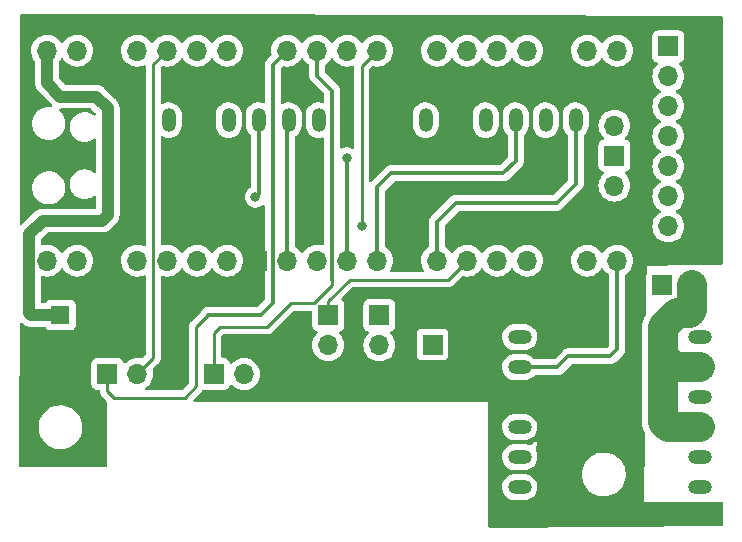
<source format=gbr>
%TF.GenerationSoftware,KiCad,Pcbnew,7.0.1*%
%TF.CreationDate,2023-08-24T13:32:00+02:00*%
%TF.ProjectId,gemma20Pico,67656d6d-6132-4305-9069-636f2e6b6963,1.3*%
%TF.SameCoordinates,Original*%
%TF.FileFunction,Copper,L2,Bot*%
%TF.FilePolarity,Positive*%
%FSLAX46Y46*%
G04 Gerber Fmt 4.6, Leading zero omitted, Abs format (unit mm)*
G04 Created by KiCad (PCBNEW 7.0.1) date 2023-08-24 13:32:00*
%MOMM*%
%LPD*%
G01*
G04 APERTURE LIST*
%TA.AperFunction,ComponentPad*%
%ADD10O,1.200000X2.000000*%
%TD*%
%TA.AperFunction,ComponentPad*%
%ADD11O,2.000000X1.200000*%
%TD*%
%TA.AperFunction,ComponentPad*%
%ADD12R,1.700000X1.700000*%
%TD*%
%TA.AperFunction,ComponentPad*%
%ADD13O,1.700000X1.700000*%
%TD*%
%TA.AperFunction,ComponentPad*%
%ADD14R,1.600000X1.600000*%
%TD*%
%TA.AperFunction,ComponentPad*%
%ADD15C,1.600000*%
%TD*%
%TA.AperFunction,ViaPad*%
%ADD16C,0.800000*%
%TD*%
%TA.AperFunction,Conductor*%
%ADD17C,0.350000*%
%TD*%
%TA.AperFunction,Conductor*%
%ADD18C,0.250000*%
%TD*%
%TA.AperFunction,Conductor*%
%ADD19C,1.000000*%
%TD*%
%TA.AperFunction,Conductor*%
%ADD20C,2.500000*%
%TD*%
G04 APERTURE END LIST*
D10*
%TO.P,J2-Prox0,1,Pin_1*%
%TO.N,/INT1*%
X115360000Y-89500000D03*
%TO.P,J2-Prox0,2,Pin_2*%
%TO.N,/SDA1*%
X112820000Y-89500000D03*
%TO.P,J2-Prox0,3,Pin_3*%
%TO.N,/SCL1*%
X110280000Y-89500000D03*
%TO.P,J2-Prox0,4,Pin_4*%
%TO.N,+3.3V*%
X107740000Y-89500000D03*
%TO.P,J2-Prox0,5,Pin_5*%
%TO.N,GND*%
X105200000Y-89500000D03*
%TO.P,J2-Prox0,6,Pin_6*%
%TO.N,+3.3V*%
X102660000Y-89500000D03*
%TD*%
%TO.P,J1-Prox1,1,Pin_1*%
%TO.N,/INT0*%
X137120000Y-89500000D03*
%TO.P,J1-Prox1,2,Pin_2*%
%TO.N,/SDA0*%
X134580000Y-89500000D03*
%TO.P,J1-Prox1,3,Pin_3*%
%TO.N,/SCL0*%
X132040000Y-89500000D03*
%TO.P,J1-Prox1,4,Pin_4*%
%TO.N,+3.3V*%
X129500000Y-89500000D03*
%TO.P,J1-Prox1,5,Pin_5*%
%TO.N,GND*%
X126960000Y-89500000D03*
%TO.P,J1-Prox1,6,Pin_6*%
%TO.N,+3.3V*%
X124420000Y-89500000D03*
%TD*%
D11*
%TO.P,U2-Motor-Control1,1,IN4*%
%TO.N,/MC_2*%
X132380000Y-107880000D03*
%TO.P,U2-Motor-Control1,2,IN3*%
%TO.N,/MC_1*%
X132380000Y-110420000D03*
%TO.P,U2-Motor-Control1,3,GND*%
%TO.N,GND*%
X132380000Y-112960000D03*
%TO.P,U2-Motor-Control1,4,VCC*%
%TO.N,+BATT*%
X132380000Y-115500000D03*
%TO.P,U2-Motor-Control1,5,IN2*%
%TO.N,/MC_2*%
X132380000Y-118040000D03*
%TO.P,U2-Motor-Control1,6,IN1*%
%TO.N,/MC_1*%
X132380000Y-120580000D03*
%TO.P,U2-Motor-Control1,7,ULT*%
%TO.N,unconnected-(U2-Motor-Control1-ULT-Pad7)*%
X147620000Y-120580000D03*
%TO.P,U2-Motor-Control1,8,OUT4*%
%TO.N,/MO2*%
X147620000Y-118040000D03*
%TO.P,U2-Motor-Control1,9,OUT3*%
%TO.N,/MO1*%
X147620000Y-115500000D03*
%TO.P,U2-Motor-Control1,10,OUT2*%
%TO.N,/MO2*%
X147620000Y-112960000D03*
%TO.P,U2-Motor-Control1,11,OUT1*%
%TO.N,/MO1*%
X147620000Y-110420000D03*
%TO.P,U2-Motor-Control1,12,EEP*%
%TO.N,unconnected-(U2-Motor-Control1-EEP-Pad12)*%
X147620000Y-107880000D03*
%TD*%
D12*
%TO.P,EXT1,1,Pin_1*%
%TO.N,/GP16*%
X144960000Y-83260000D03*
D13*
%TO.P,EXT1,2,Pin_2*%
%TO.N,GND*%
X147500000Y-83260000D03*
%TO.P,EXT1,3,Pin_3*%
%TO.N,/GP17*%
X144960000Y-85800000D03*
%TO.P,EXT1,4,Pin_4*%
%TO.N,GND*%
X147500000Y-85800000D03*
%TO.P,EXT1,5,Pin_5*%
%TO.N,/GP18*%
X144960000Y-88340000D03*
%TO.P,EXT1,6,Pin_6*%
%TO.N,GND*%
X147500000Y-88340000D03*
%TO.P,EXT1,7,Pin_7*%
%TO.N,/GP19*%
X144960000Y-90880000D03*
%TO.P,EXT1,8,Pin_8*%
%TO.N,GND*%
X147500000Y-90880000D03*
%TO.P,EXT1,9,Pin_9*%
%TO.N,/GP20*%
X144960000Y-93420000D03*
%TO.P,EXT1,10,Pin_10*%
%TO.N,GND*%
X147500000Y-93420000D03*
%TO.P,EXT1,11,Pin_11*%
%TO.N,/GP21*%
X144960000Y-95960000D03*
%TO.P,EXT1,12,Pin_12*%
%TO.N,GND*%
X147500000Y-95960000D03*
%TO.P,EXT1,13,Pin_13*%
%TO.N,/GP22*%
X144960000Y-98500000D03*
%TO.P,EXT1,14,Pin_14*%
%TO.N,GND*%
X147500000Y-98500000D03*
%TD*%
D14*
%TO.P,C1,1*%
%TO.N,+BATT*%
X93500000Y-106000000D03*
D15*
%TO.P,C1,2*%
%TO.N,GND*%
X93500000Y-108500000D03*
%TD*%
D12*
%TO.P,J8-Pot1,1,Pin_1*%
%TO.N,/ADC0*%
X106500000Y-111000000D03*
D13*
%TO.P,J8-Pot1,2,Pin_2*%
%TO.N,+3.3V*%
X109040000Y-111000000D03*
%TO.P,J8-Pot1,3,Pin_3*%
%TO.N,GND*%
X111580000Y-111000000D03*
%TD*%
D12*
%TO.P,J5-Servo1,1,Pin_1*%
%TO.N,/Servo_SIGN*%
X120500000Y-106021000D03*
D13*
%TO.P,J5-Servo1,2,Pin_2*%
%TO.N,+BATT*%
X120500000Y-108561000D03*
%TO.P,J5-Servo1,3,Pin_3*%
%TO.N,GND*%
X120500000Y-111101000D03*
%TD*%
D12*
%TO.P,J6-ECS1,1,Pin_1*%
%TO.N,/ECS_SIGN*%
X116170000Y-106019000D03*
D13*
%TO.P,J6-ECS1,2,Pin_2*%
%TO.N,+BATT*%
X116170000Y-108559000D03*
%TO.P,J6-ECS1,3,Pin_3*%
%TO.N,GND*%
X116170000Y-111099000D03*
%TD*%
D12*
%TO.P,J4,1,Pin_1*%
%TO.N,+BATT*%
X125000000Y-108500000D03*
D13*
%TO.P,J4,2,Pin_2*%
%TO.N,GND*%
X125000000Y-111040000D03*
%TD*%
D12*
%TO.P,J7-Pot2,1,Pin_1*%
%TO.N,/ADC1*%
X97475000Y-110975000D03*
D13*
%TO.P,J7-Pot2,2,Pin_2*%
%TO.N,+3.3V*%
X100015000Y-110975000D03*
%TO.P,J7-Pot2,3,Pin_3*%
%TO.N,GND*%
X102555000Y-110975000D03*
%TD*%
D12*
%TO.P,J3-Motor1,1,Pin_1*%
%TO.N,/MO2*%
X144460000Y-103500000D03*
D13*
%TO.P,J3-Motor1,2,Pin_2*%
%TO.N,/MO1*%
X147000000Y-103500000D03*
%TD*%
%TO.P,U1-RPI-Pico1,1,GPIO0*%
%TO.N,unconnected-(U1-RPI-Pico1-GPIO0-Pad1)*%
X92370000Y-101390000D03*
%TO.P,U1-RPI-Pico1,2,GPIO1*%
%TO.N,unconnected-(U1-RPI-Pico1-GPIO1-Pad2)*%
X94910000Y-101390000D03*
D12*
%TO.P,U1-RPI-Pico1,3,GND*%
%TO.N,GND*%
X97450000Y-101390000D03*
D13*
%TO.P,U1-RPI-Pico1,4,GPIO2*%
%TO.N,unconnected-(U1-RPI-Pico1-GPIO2-Pad4)*%
X99990000Y-101390000D03*
%TO.P,U1-RPI-Pico1,5,GPIO3*%
%TO.N,unconnected-(U1-RPI-Pico1-GPIO3-Pad5)*%
X102530000Y-101390000D03*
%TO.P,U1-RPI-Pico1,6,GPIO4*%
%TO.N,unconnected-(U1-RPI-Pico1-GPIO4-Pad6)*%
X105070000Y-101390000D03*
%TO.P,U1-RPI-Pico1,7,GPIO5*%
%TO.N,/INT1*%
X107610000Y-101390000D03*
D12*
%TO.P,U1-RPI-Pico1,8,GND*%
%TO.N,GND*%
X110150000Y-101390000D03*
D13*
%TO.P,U1-RPI-Pico1,9,GPIO6*%
%TO.N,/SDA1*%
X112690000Y-101390000D03*
%TO.P,U1-RPI-Pico1,10,GPIO7*%
%TO.N,/SCL1*%
X115230000Y-101390000D03*
%TO.P,U1-RPI-Pico1,11,GPIO8*%
%TO.N,/SDA0*%
X117770000Y-101390000D03*
%TO.P,U1-RPI-Pico1,12,GPIO9*%
%TO.N,/SCL0*%
X120310000Y-101390000D03*
D12*
%TO.P,U1-RPI-Pico1,13,GND*%
%TO.N,GND*%
X122850000Y-101390000D03*
D13*
%TO.P,U1-RPI-Pico1,14,GPIO10*%
%TO.N,/INT0*%
X125390000Y-101390000D03*
%TO.P,U1-RPI-Pico1,15,GPIO11*%
%TO.N,/ECS_SIGN*%
X127930000Y-101390000D03*
%TO.P,U1-RPI-Pico1,16,GPIO12*%
%TO.N,unconnected-(U1-RPI-Pico1-GPIO12-Pad16)*%
X130470000Y-101390000D03*
%TO.P,U1-RPI-Pico1,17,GPIO13*%
%TO.N,/Servo_SIGN*%
X133010000Y-101390000D03*
D12*
%TO.P,U1-RPI-Pico1,18,GND*%
%TO.N,GND*%
X135550000Y-101390000D03*
D13*
%TO.P,U1-RPI-Pico1,19,GPIO14*%
%TO.N,/MC_2*%
X138090000Y-101390000D03*
%TO.P,U1-RPI-Pico1,20,GPIO15*%
%TO.N,/MC_1*%
X140630000Y-101390000D03*
%TO.P,U1-RPI-Pico1,21,GPIO16*%
%TO.N,/GP16*%
X140630000Y-83610000D03*
%TO.P,U1-RPI-Pico1,22,GPIO17*%
%TO.N,/GP17*%
X138090000Y-83610000D03*
D12*
%TO.P,U1-RPI-Pico1,23,GND*%
%TO.N,GND*%
X135550000Y-83610000D03*
D13*
%TO.P,U1-RPI-Pico1,24,GPIO18*%
%TO.N,/GP18*%
X133010000Y-83610000D03*
%TO.P,U1-RPI-Pico1,25,GPIO19*%
%TO.N,/GP19*%
X130470000Y-83610000D03*
%TO.P,U1-RPI-Pico1,26,GPIO20*%
%TO.N,/GP20*%
X127930000Y-83610000D03*
%TO.P,U1-RPI-Pico1,27,GPIO21*%
%TO.N,/GP21*%
X125390000Y-83610000D03*
D12*
%TO.P,U1-RPI-Pico1,28,GND*%
%TO.N,GND*%
X122850000Y-83610000D03*
D13*
%TO.P,U1-RPI-Pico1,29,GPIO22*%
%TO.N,/GP22*%
X120310000Y-83610000D03*
%TO.P,U1-RPI-Pico1,30,RUN*%
%TO.N,unconnected-(U1-RPI-Pico1-RUN-Pad30)*%
X117770000Y-83610000D03*
%TO.P,U1-RPI-Pico1,31,GPIO26_ADC0*%
%TO.N,/ADC0*%
X115230000Y-83610000D03*
%TO.P,U1-RPI-Pico1,32,GPIO27_ADC1*%
%TO.N,/ADC1*%
X112690000Y-83610000D03*
D12*
%TO.P,U1-RPI-Pico1,33,AGND*%
%TO.N,GND*%
X110150000Y-83610000D03*
D13*
%TO.P,U1-RPI-Pico1,34,GPIO28_ADC2*%
%TO.N,unconnected-(U1-RPI-Pico1-GPIO28_ADC2-Pad34)*%
X107610000Y-83610000D03*
%TO.P,U1-RPI-Pico1,35,ADC_VREF*%
%TO.N,unconnected-(U1-RPI-Pico1-ADC_VREF-Pad35)*%
X105070000Y-83610000D03*
%TO.P,U1-RPI-Pico1,36,3V3*%
%TO.N,+3.3V*%
X102530000Y-83610000D03*
%TO.P,U1-RPI-Pico1,37,3V3_EN*%
%TO.N,unconnected-(U1-RPI-Pico1-3V3_EN-Pad37)*%
X99990000Y-83610000D03*
D12*
%TO.P,U1-RPI-Pico1,38,GND*%
%TO.N,GND*%
X97450000Y-83610000D03*
D13*
%TO.P,U1-RPI-Pico1,39,VSYS*%
%TO.N,unconnected-(U1-RPI-Pico1-VSYS-Pad39)*%
X94910000Y-83610000D03*
%TO.P,U1-RPI-Pico1,40,VBUS*%
%TO.N,+BATT*%
X92370000Y-83610000D03*
%TO.P,U1-RPI-Pico1,41,SWCLK*%
%TO.N,unconnected-(U1-RPI-Pico1-SWCLK-Pad41)*%
X140400000Y-95040000D03*
D12*
%TO.P,U1-RPI-Pico1,42,GND*%
%TO.N,unconnected-(U1-RPI-Pico1-GND-Pad42)*%
X140400000Y-92500000D03*
D13*
%TO.P,U1-RPI-Pico1,43,SWDIO*%
%TO.N,unconnected-(U1-RPI-Pico1-SWDIO-Pad43)*%
X140400000Y-89960000D03*
%TD*%
D16*
%TO.N,/SCL1*%
X110000000Y-96000000D03*
%TO.N,/SDA0*%
X117729000Y-92710000D03*
%TO.N,GND*%
X113500000Y-86000000D03*
X117856000Y-89535000D03*
X103000000Y-97000000D03*
X99949000Y-89662000D03*
X139000000Y-108000000D03*
X139573000Y-114173000D03*
%TO.N,/GP22*%
X119000000Y-98500000D03*
%TD*%
D17*
%TO.N,/INT0*%
X135500000Y-96500000D02*
X137120000Y-94880000D01*
X137120000Y-94880000D02*
X137120000Y-89500000D01*
X127000000Y-96500000D02*
X135500000Y-96500000D01*
X125390000Y-101390000D02*
X125390000Y-98110000D01*
X125390000Y-98110000D02*
X127000000Y-96500000D01*
%TO.N,/SCL0*%
X132040000Y-92960000D02*
X132040000Y-89500000D01*
X120310000Y-95190000D02*
X121500000Y-94000000D01*
X120310000Y-101390000D02*
X120310000Y-95190000D01*
X121500000Y-94000000D02*
X131000000Y-94000000D01*
X131000000Y-94000000D02*
X132040000Y-92960000D01*
%TO.N,/SCL1*%
X110280000Y-95720000D02*
X110000000Y-96000000D01*
X110280000Y-89500000D02*
X110280000Y-95720000D01*
%TO.N,/SDA1*%
X112690000Y-101390000D02*
X112690000Y-89630000D01*
X112690000Y-89630000D02*
X112820000Y-89500000D01*
%TO.N,/SDA0*%
X117729000Y-92710000D02*
X117770000Y-92751000D01*
X117770000Y-92751000D02*
X117770000Y-101390000D01*
D18*
%TO.N,+3.3V*%
X101355000Y-84785000D02*
X102530000Y-83610000D01*
X101355000Y-109635000D02*
X101355000Y-84785000D01*
X100015000Y-110975000D02*
X101355000Y-109635000D01*
D17*
%TO.N,/MC_1*%
X136500000Y-109500000D02*
X140000000Y-109500000D01*
X132380000Y-110420000D02*
X135580000Y-110420000D01*
X140000000Y-109500000D02*
X140630000Y-108870000D01*
X140630000Y-108870000D02*
X140630000Y-101390000D01*
X135580000Y-110420000D02*
X136500000Y-109500000D01*
D19*
%TO.N,+BATT*%
X92000000Y-98000000D02*
X97000000Y-98000000D01*
X97500000Y-97500000D02*
X97500000Y-88500000D01*
X96500000Y-87500000D02*
X93500000Y-87500000D01*
X93500000Y-106000000D02*
X91000000Y-106000000D01*
X91000000Y-106000000D02*
X90820000Y-105820000D01*
X93500000Y-87500000D02*
X92370000Y-86370000D01*
X92370000Y-86370000D02*
X92370000Y-83610000D01*
X97500000Y-88500000D02*
X96500000Y-87500000D01*
X90820000Y-99180000D02*
X92000000Y-98000000D01*
X90820000Y-105820000D02*
X90820000Y-99180000D01*
X97000000Y-98000000D02*
X97500000Y-97500000D01*
D18*
%TO.N,/ADC0*%
X106500000Y-111000000D02*
X106500000Y-107500000D01*
D17*
X115230000Y-83610000D02*
X115230000Y-85730000D01*
D18*
X107000000Y-107000000D02*
X111000000Y-107000000D01*
X113000000Y-105000000D02*
X115000000Y-105000000D01*
D17*
X115230000Y-85730000D02*
X116500000Y-87000000D01*
X116500000Y-87000000D02*
X116500000Y-103000000D01*
D18*
X115000000Y-105000000D02*
X116500000Y-103500000D01*
X111000000Y-107000000D02*
X113000000Y-105000000D01*
X106500000Y-107500000D02*
X107000000Y-107000000D01*
X116500000Y-103500000D02*
X116500000Y-103000000D01*
D20*
%TO.N,/MO1*%
X144920000Y-115500000D02*
X144500000Y-115080000D01*
X146760000Y-105800000D02*
X147000000Y-105560000D01*
X145420000Y-110420000D02*
X144500000Y-109500000D01*
X147620000Y-110420000D02*
X145420000Y-110420000D01*
X144500000Y-115080000D02*
X144500000Y-109500000D01*
X147000000Y-105560000D02*
X147000000Y-103500000D01*
X145700000Y-105800000D02*
X146760000Y-105800000D01*
X147620000Y-115500000D02*
X144920000Y-115500000D01*
X144500000Y-107000000D02*
X145700000Y-105800000D01*
X144500000Y-109500000D02*
X144500000Y-107000000D01*
D18*
%TO.N,/ECS_SIGN*%
X118000000Y-103000000D02*
X126320000Y-103000000D01*
X116170000Y-104830000D02*
X118000000Y-103000000D01*
X116170000Y-106019000D02*
X116170000Y-104830000D01*
X126320000Y-103000000D02*
X127930000Y-101390000D01*
%TO.N,/ADC1*%
X105000000Y-107000000D02*
X106000000Y-106000000D01*
X104000000Y-113000000D02*
X105000000Y-112000000D01*
D17*
X110465000Y-106000000D02*
X111465000Y-105000000D01*
D18*
X111515000Y-84785000D02*
X112690000Y-83610000D01*
X105000000Y-112000000D02*
X105000000Y-107000000D01*
X97475000Y-110975000D02*
X97475000Y-112475000D01*
X97475000Y-112475000D02*
X98000000Y-113000000D01*
D17*
X112690000Y-83610000D02*
X111465000Y-84835000D01*
D18*
X98000000Y-113000000D02*
X104000000Y-113000000D01*
D17*
X111465000Y-84835000D02*
X111465000Y-105000000D01*
X106000000Y-106000000D02*
X110465000Y-106000000D01*
D18*
%TO.N,/GP22*%
X119000000Y-84920000D02*
X120310000Y-83610000D01*
X119000000Y-98500000D02*
X119000000Y-84920000D01*
%TD*%
%TA.AperFunction,Conductor*%
%TO.N,GND*%
G36*
X103707794Y-80545740D02*
G01*
X149476417Y-80699585D01*
X149538240Y-80716336D01*
X149583457Y-80761704D01*
X149600000Y-80823584D01*
X149600000Y-101603035D01*
X149583798Y-101664318D01*
X149539426Y-101709586D01*
X149478479Y-101727010D01*
X147284966Y-101770880D01*
X147264006Y-101769520D01*
X147131183Y-101749500D01*
X147131182Y-101749500D01*
X146868818Y-101749500D01*
X146649557Y-101782547D01*
X146633556Y-101783907D01*
X143128999Y-101853999D01*
X143120655Y-102508974D01*
X143117284Y-102527005D01*
X143117573Y-102527037D01*
X143109500Y-102602123D01*
X143109500Y-103383920D01*
X143109490Y-103385500D01*
X143077012Y-105934964D01*
X143069802Y-105975078D01*
X143054215Y-106003072D01*
X143054259Y-106003098D01*
X143052656Y-106005873D01*
X143049976Y-106010688D01*
X143049616Y-106011139D01*
X143001540Y-106094406D01*
X142999149Y-106098375D01*
X142948016Y-106179754D01*
X142937655Y-106203501D01*
X142931392Y-106215906D01*
X142918435Y-106238350D01*
X142883311Y-106327841D01*
X142881538Y-106332122D01*
X142843099Y-106420227D01*
X142836393Y-106445254D01*
X142832049Y-106458456D01*
X142822578Y-106482588D01*
X142801184Y-106576315D01*
X142800069Y-106580812D01*
X142775194Y-106673648D01*
X142772293Y-106699394D01*
X142769966Y-106713092D01*
X142764197Y-106738371D01*
X142757013Y-106834231D01*
X142756580Y-106838846D01*
X142745818Y-106934362D01*
X142749413Y-107030405D01*
X142749500Y-107035043D01*
X142749500Y-109464957D01*
X142749413Y-109469595D01*
X142745818Y-109565634D01*
X142748720Y-109591382D01*
X142749500Y-109605267D01*
X142749500Y-115044957D01*
X142749413Y-115049595D01*
X142745818Y-115145637D01*
X142756580Y-115241152D01*
X142757013Y-115245768D01*
X142764197Y-115341627D01*
X142769964Y-115366893D01*
X142772293Y-115380601D01*
X142775194Y-115406348D01*
X142800069Y-115499185D01*
X142801185Y-115503683D01*
X142822581Y-115597420D01*
X142832047Y-115621540D01*
X142836391Y-115634742D01*
X142843098Y-115659773D01*
X142881537Y-115747876D01*
X142883311Y-115752158D01*
X142918432Y-115841644D01*
X142931387Y-115864082D01*
X142937647Y-115876480D01*
X142939326Y-115880327D01*
X142949668Y-115931507D01*
X142875000Y-121793000D01*
X149476000Y-121793000D01*
X149538000Y-121809613D01*
X149583387Y-121855000D01*
X149600000Y-121917000D01*
X149600000Y-123776622D01*
X149583491Y-123838442D01*
X149538359Y-123883801D01*
X149476623Y-123900619D01*
X129824622Y-123999373D01*
X129762360Y-123982970D01*
X129716717Y-123937556D01*
X129700000Y-123875376D01*
X129700000Y-120527396D01*
X130875746Y-120527396D01*
X130885746Y-120737330D01*
X130935297Y-120941580D01*
X131022602Y-121132752D01*
X131094004Y-121233021D01*
X131144514Y-121303952D01*
X131296622Y-121448986D01*
X131368964Y-121495478D01*
X131473425Y-121562612D01*
X131512580Y-121578287D01*
X131668543Y-121640725D01*
X131797228Y-121665527D01*
X131874914Y-121680500D01*
X131874915Y-121680500D01*
X132832420Y-121680500D01*
X132832425Y-121680500D01*
X132989218Y-121665528D01*
X133190875Y-121606316D01*
X133377682Y-121510011D01*
X133542886Y-121380092D01*
X133680519Y-121221256D01*
X133785604Y-121039244D01*
X133854344Y-120840633D01*
X133884254Y-120632602D01*
X133874254Y-120422670D01*
X133824704Y-120218424D01*
X133824702Y-120218419D01*
X133737397Y-120027247D01*
X133615487Y-119856050D01*
X133615486Y-119856048D01*
X133463378Y-119711014D01*
X133431257Y-119690371D01*
X133286574Y-119597387D01*
X133212578Y-119567764D01*
X137645787Y-119567764D01*
X137675413Y-119837016D01*
X137702009Y-119938745D01*
X137743928Y-120099088D01*
X137837536Y-120319366D01*
X137849871Y-120348392D01*
X137990982Y-120579611D01*
X138080253Y-120686881D01*
X138164255Y-120787820D01*
X138365998Y-120968582D01*
X138591910Y-121118044D01*
X138698211Y-121167875D01*
X138837177Y-121233021D01*
X139072933Y-121303949D01*
X139096569Y-121311060D01*
X139364561Y-121350500D01*
X139567631Y-121350500D01*
X139567634Y-121350500D01*
X139770156Y-121335677D01*
X139770156Y-121335676D01*
X140034553Y-121276780D01*
X140287558Y-121180014D01*
X140523777Y-121047441D01*
X140738177Y-120881888D01*
X140926186Y-120686881D01*
X141083799Y-120466579D01*
X141207656Y-120225675D01*
X141295118Y-119969305D01*
X141344319Y-119702933D01*
X141354212Y-119432235D01*
X141324586Y-119162982D01*
X141256072Y-118900912D01*
X141150130Y-118651610D01*
X141009018Y-118420390D01*
X141009017Y-118420388D01*
X140835746Y-118212181D01*
X140730758Y-118118112D01*
X140634002Y-118031418D01*
X140408090Y-117881956D01*
X140408086Y-117881954D01*
X140162822Y-117766978D01*
X139903437Y-117688941D01*
X139903431Y-117688940D01*
X139635439Y-117649500D01*
X139432369Y-117649500D01*
X139432366Y-117649500D01*
X139229843Y-117664322D01*
X138965449Y-117723219D01*
X138712441Y-117819986D01*
X138476223Y-117952559D01*
X138261825Y-118118109D01*
X138073813Y-118313120D01*
X137916201Y-118533420D01*
X137792342Y-118774329D01*
X137704881Y-119030695D01*
X137655680Y-119297066D01*
X137645787Y-119567764D01*
X133212578Y-119567764D01*
X133130609Y-119534949D01*
X133091457Y-119519275D01*
X133091456Y-119519274D01*
X133091454Y-119519274D01*
X132885086Y-119479500D01*
X132885085Y-119479500D01*
X131927575Y-119479500D01*
X131829579Y-119488857D01*
X131770779Y-119494472D01*
X131569126Y-119553683D01*
X131382315Y-119649990D01*
X131217115Y-119779906D01*
X131079479Y-119938745D01*
X130974396Y-120120754D01*
X130905655Y-120319366D01*
X130875746Y-120527396D01*
X129700000Y-120527396D01*
X129700000Y-117987398D01*
X130875746Y-117987398D01*
X130885746Y-118197330D01*
X130935297Y-118401580D01*
X131022602Y-118592752D01*
X131132845Y-118747566D01*
X131144514Y-118763952D01*
X131296622Y-118908986D01*
X131368964Y-118955478D01*
X131473425Y-119022612D01*
X131493616Y-119030695D01*
X131668543Y-119100725D01*
X131797228Y-119125527D01*
X131874914Y-119140500D01*
X131874915Y-119140500D01*
X132832420Y-119140500D01*
X132832425Y-119140500D01*
X132989218Y-119125528D01*
X133190875Y-119066316D01*
X133377682Y-118970011D01*
X133542886Y-118840092D01*
X133680519Y-118681256D01*
X133785604Y-118499244D01*
X133854344Y-118300633D01*
X133884254Y-118092602D01*
X133874254Y-117882670D01*
X133824704Y-117678424D01*
X133765451Y-117548679D01*
X133754394Y-117491122D01*
X133771007Y-117434914D01*
X133799607Y-117405096D01*
X133799999Y-117399999D01*
X133800000Y-117400000D01*
X133850000Y-116750000D01*
X133700000Y-116650000D01*
X133549998Y-116750001D01*
X133313015Y-116986984D01*
X133273241Y-117013675D01*
X133226318Y-117023299D01*
X133179249Y-117014421D01*
X133091457Y-116979275D01*
X132885086Y-116939500D01*
X132885085Y-116939500D01*
X131927575Y-116939500D01*
X131829579Y-116948857D01*
X131770779Y-116954472D01*
X131569126Y-117013683D01*
X131382315Y-117109990D01*
X131217115Y-117239906D01*
X131079479Y-117398745D01*
X130974396Y-117580754D01*
X130905655Y-117779366D01*
X130890803Y-117882670D01*
X130875746Y-117987398D01*
X129700000Y-117987398D01*
X129700000Y-115447398D01*
X130875746Y-115447398D01*
X130883010Y-115599901D01*
X130885746Y-115657330D01*
X130935297Y-115861580D01*
X131022602Y-116052752D01*
X131132846Y-116207566D01*
X131144514Y-116223952D01*
X131296622Y-116368986D01*
X131368964Y-116415478D01*
X131473425Y-116482612D01*
X131512580Y-116498287D01*
X131668543Y-116560725D01*
X131766528Y-116579610D01*
X131874914Y-116600500D01*
X131874915Y-116600500D01*
X132832420Y-116600500D01*
X132832425Y-116600500D01*
X132989218Y-116585528D01*
X133190875Y-116526316D01*
X133377682Y-116430011D01*
X133542886Y-116300092D01*
X133680519Y-116141256D01*
X133785604Y-115959244D01*
X133854344Y-115760633D01*
X133884254Y-115552602D01*
X133874254Y-115342670D01*
X133824704Y-115138424D01*
X133824702Y-115138419D01*
X133737397Y-114947247D01*
X133615487Y-114776050D01*
X133615486Y-114776048D01*
X133463378Y-114631014D01*
X133431257Y-114610371D01*
X133286574Y-114517387D01*
X133130609Y-114454949D01*
X133091457Y-114439275D01*
X133091456Y-114439274D01*
X133091454Y-114439274D01*
X132885086Y-114399500D01*
X132885085Y-114399500D01*
X131927575Y-114399500D01*
X131829579Y-114408857D01*
X131770779Y-114414472D01*
X131569126Y-114473683D01*
X131382315Y-114569990D01*
X131217115Y-114699906D01*
X131079479Y-114858745D01*
X130974396Y-115040754D01*
X130905655Y-115239366D01*
X130877926Y-115432235D01*
X130875746Y-115447398D01*
X129700000Y-115447398D01*
X129700000Y-113400000D01*
X129699999Y-113399999D01*
X104860468Y-113323096D01*
X104804284Y-113309442D01*
X104760399Y-113271796D01*
X104738355Y-113218343D01*
X104742945Y-113160706D01*
X104773167Y-113111421D01*
X105383786Y-112500802D01*
X105399887Y-112487904D01*
X105401874Y-112485787D01*
X105401877Y-112485786D01*
X105447932Y-112436741D01*
X105450613Y-112433976D01*
X105470120Y-112414470D01*
X105472581Y-112411295D01*
X105480154Y-112402429D01*
X105493374Y-112388352D01*
X105540681Y-112356965D01*
X105597019Y-112349951D01*
X105598133Y-112350070D01*
X105602127Y-112350500D01*
X107397872Y-112350499D01*
X107457483Y-112344091D01*
X107592331Y-112293796D01*
X107707546Y-112207546D01*
X107793796Y-112092331D01*
X107842810Y-111960916D01*
X107877789Y-111910537D01*
X107932634Y-111883084D01*
X107993927Y-111885273D01*
X108046672Y-111916568D01*
X108168599Y-112038495D01*
X108362170Y-112174035D01*
X108576337Y-112273903D01*
X108804592Y-112335063D01*
X109040000Y-112355659D01*
X109275408Y-112335063D01*
X109503663Y-112273903D01*
X109717830Y-112174035D01*
X109911401Y-112038495D01*
X110078495Y-111871401D01*
X110214035Y-111677830D01*
X110313903Y-111463663D01*
X110375063Y-111235408D01*
X110395659Y-111000000D01*
X110375063Y-110764592D01*
X110313903Y-110536337D01*
X110235124Y-110367396D01*
X130875746Y-110367396D01*
X130885746Y-110577330D01*
X130935297Y-110781580D01*
X131022602Y-110972752D01*
X131110172Y-111095726D01*
X131144514Y-111143952D01*
X131296622Y-111288986D01*
X131368964Y-111335478D01*
X131473425Y-111402612D01*
X131512580Y-111418287D01*
X131668543Y-111480725D01*
X131797228Y-111505527D01*
X131874914Y-111520500D01*
X131874915Y-111520500D01*
X132832420Y-111520500D01*
X132832425Y-111520500D01*
X132989218Y-111505528D01*
X133190875Y-111446316D01*
X133377682Y-111350011D01*
X133542886Y-111220092D01*
X133613762Y-111138296D01*
X133655964Y-111106706D01*
X133707475Y-111095500D01*
X135555849Y-111095500D01*
X135563335Y-111095726D01*
X135621084Y-111099219D01*
X135621084Y-111099218D01*
X135621085Y-111099219D01*
X135677997Y-111088789D01*
X135685396Y-111087663D01*
X135742845Y-111080688D01*
X135751608Y-111077364D01*
X135773222Y-111071338D01*
X135782439Y-111069650D01*
X135782443Y-111069648D01*
X135782444Y-111069648D01*
X135835207Y-111045901D01*
X135842122Y-111043036D01*
X135896226Y-111022518D01*
X135903933Y-111017197D01*
X135923484Y-111006171D01*
X135932028Y-111002326D01*
X135977609Y-110966613D01*
X135983581Y-110962219D01*
X136031229Y-110929332D01*
X136069610Y-110886007D01*
X136074711Y-110880588D01*
X136743482Y-110211819D01*
X136783711Y-110184939D01*
X136831164Y-110175500D01*
X139975849Y-110175500D01*
X139983335Y-110175726D01*
X140041084Y-110179219D01*
X140041084Y-110179218D01*
X140041085Y-110179219D01*
X140097997Y-110168789D01*
X140105396Y-110167663D01*
X140162845Y-110160688D01*
X140171608Y-110157364D01*
X140193222Y-110151338D01*
X140202439Y-110149650D01*
X140202443Y-110149648D01*
X140202444Y-110149648D01*
X140255207Y-110125901D01*
X140262122Y-110123036D01*
X140316226Y-110102518D01*
X140323933Y-110097197D01*
X140343484Y-110086171D01*
X140352028Y-110082326D01*
X140397609Y-110046613D01*
X140403581Y-110042219D01*
X140451229Y-110009332D01*
X140489610Y-109966007D01*
X140494711Y-109960588D01*
X141090588Y-109364711D01*
X141096007Y-109359610D01*
X141139332Y-109321229D01*
X141172219Y-109273581D01*
X141176613Y-109267609D01*
X141212326Y-109222028D01*
X141216171Y-109213484D01*
X141227197Y-109193935D01*
X141228467Y-109192094D01*
X141232518Y-109186226D01*
X141253036Y-109132122D01*
X141255901Y-109125207D01*
X141279650Y-109072439D01*
X141281337Y-109063227D01*
X141287365Y-109041603D01*
X141290688Y-109032845D01*
X141297663Y-108975386D01*
X141298783Y-108968031D01*
X141309220Y-108911085D01*
X141305726Y-108853325D01*
X141305500Y-108845838D01*
X141305500Y-102630217D01*
X141319511Y-102572960D01*
X141358376Y-102528642D01*
X141501401Y-102428495D01*
X141668495Y-102261401D01*
X141804035Y-102067830D01*
X141903903Y-101853663D01*
X141965063Y-101625408D01*
X141985659Y-101390000D01*
X141965063Y-101154592D01*
X141903903Y-100926337D01*
X141804035Y-100712171D01*
X141668495Y-100518599D01*
X141501401Y-100351505D01*
X141307830Y-100215965D01*
X141093663Y-100116097D01*
X140988545Y-100087931D01*
X140865407Y-100054936D01*
X140630000Y-100034340D01*
X140394592Y-100054936D01*
X140166336Y-100116097D01*
X139952170Y-100215965D01*
X139758598Y-100351505D01*
X139591505Y-100518598D01*
X139461575Y-100704159D01*
X139417257Y-100743025D01*
X139360000Y-100757036D01*
X139302743Y-100743025D01*
X139258425Y-100704159D01*
X139128494Y-100518598D01*
X138961404Y-100351508D01*
X138961401Y-100351505D01*
X138767830Y-100215965D01*
X138553663Y-100116097D01*
X138448545Y-100087931D01*
X138325407Y-100054936D01*
X138090000Y-100034340D01*
X137854592Y-100054936D01*
X137626336Y-100116097D01*
X137412170Y-100215965D01*
X137218598Y-100351505D01*
X137051505Y-100518598D01*
X136915965Y-100712170D01*
X136816097Y-100926336D01*
X136754936Y-101154592D01*
X136734340Y-101390000D01*
X136754936Y-101625407D01*
X136777492Y-101709586D01*
X136816097Y-101853663D01*
X136915965Y-102067830D01*
X137051505Y-102261401D01*
X137218599Y-102428495D01*
X137412170Y-102564035D01*
X137626337Y-102663903D01*
X137854592Y-102725063D01*
X138090000Y-102745659D01*
X138325408Y-102725063D01*
X138553663Y-102663903D01*
X138767830Y-102564035D01*
X138961401Y-102428495D01*
X139128495Y-102261401D01*
X139258426Y-102075839D01*
X139302743Y-102036975D01*
X139360000Y-102022964D01*
X139417257Y-102036975D01*
X139461573Y-102075839D01*
X139591505Y-102261401D01*
X139758599Y-102428495D01*
X139901624Y-102528642D01*
X139940489Y-102572960D01*
X139954500Y-102630217D01*
X139954500Y-108538837D01*
X139945061Y-108586290D01*
X139918181Y-108626518D01*
X139756518Y-108788181D01*
X139716290Y-108815061D01*
X139668837Y-108824500D01*
X136524145Y-108824500D01*
X136516658Y-108824274D01*
X136458911Y-108820780D01*
X136402011Y-108831207D01*
X136394612Y-108832333D01*
X136337157Y-108839310D01*
X136328383Y-108842638D01*
X136306776Y-108848661D01*
X136297560Y-108850350D01*
X136244796Y-108874096D01*
X136237882Y-108876960D01*
X136183771Y-108897482D01*
X136176053Y-108902810D01*
X136156514Y-108913830D01*
X136147971Y-108917675D01*
X136102419Y-108953361D01*
X136096391Y-108957797D01*
X136048771Y-108990667D01*
X136010413Y-109033965D01*
X136005279Y-109039418D01*
X135336518Y-109708181D01*
X135296290Y-109735061D01*
X135248837Y-109744500D01*
X133713915Y-109744500D01*
X133657097Y-109730717D01*
X133625167Y-109703051D01*
X133624055Y-109704219D01*
X133615487Y-109696049D01*
X133615486Y-109696048D01*
X133463378Y-109551014D01*
X133423678Y-109525500D01*
X133286574Y-109437387D01*
X133105078Y-109364728D01*
X133091457Y-109359275D01*
X133091456Y-109359274D01*
X133091454Y-109359274D01*
X132885086Y-109319500D01*
X132885085Y-109319500D01*
X131927575Y-109319500D01*
X131829579Y-109328857D01*
X131770779Y-109334472D01*
X131569126Y-109393683D01*
X131382315Y-109489990D01*
X131217115Y-109619906D01*
X131079479Y-109778745D01*
X130974396Y-109960754D01*
X130905655Y-110159366D01*
X130875746Y-110367396D01*
X110235124Y-110367396D01*
X110214035Y-110322171D01*
X110078495Y-110128599D01*
X109911401Y-109961505D01*
X109717830Y-109825965D01*
X109503663Y-109726097D01*
X109434425Y-109707545D01*
X109275407Y-109664936D01*
X109040000Y-109644340D01*
X108804592Y-109664936D01*
X108576336Y-109726097D01*
X108362170Y-109825965D01*
X108168601Y-109961503D01*
X108046673Y-110083431D01*
X107993926Y-110114726D01*
X107932634Y-110116915D01*
X107877789Y-110089462D01*
X107842810Y-110039082D01*
X107823768Y-109988029D01*
X107793796Y-109907669D01*
X107707546Y-109792454D01*
X107592331Y-109706204D01*
X107457483Y-109655909D01*
X107397873Y-109649500D01*
X107397869Y-109649500D01*
X107249500Y-109649500D01*
X107187500Y-109632887D01*
X107142113Y-109587500D01*
X107125500Y-109525500D01*
X107125500Y-107810452D01*
X107134939Y-107762999D01*
X107161819Y-107722771D01*
X107222771Y-107661819D01*
X107262999Y-107634939D01*
X107310452Y-107625500D01*
X110917256Y-107625500D01*
X110937762Y-107627764D01*
X110940665Y-107627672D01*
X110940667Y-107627673D01*
X111007872Y-107625561D01*
X111011768Y-107625500D01*
X111039349Y-107625500D01*
X111039350Y-107625500D01*
X111043319Y-107624998D01*
X111054965Y-107624080D01*
X111098627Y-107622709D01*
X111117859Y-107617120D01*
X111136918Y-107613174D01*
X111143196Y-107612381D01*
X111156792Y-107610664D01*
X111197407Y-107594582D01*
X111208444Y-107590803D01*
X111250390Y-107578618D01*
X111267629Y-107568422D01*
X111285102Y-107559862D01*
X111303732Y-107552486D01*
X111339064Y-107526814D01*
X111348830Y-107520400D01*
X111361181Y-107513096D01*
X111386420Y-107498170D01*
X111400585Y-107484004D01*
X111415373Y-107471373D01*
X111431587Y-107459594D01*
X111459438Y-107425926D01*
X111467279Y-107417309D01*
X113222771Y-105661819D01*
X113263000Y-105634939D01*
X113310453Y-105625500D01*
X114695500Y-105625500D01*
X114757500Y-105642113D01*
X114802887Y-105687500D01*
X114819500Y-105749500D01*
X114819500Y-106916869D01*
X114825909Y-106976484D01*
X114838788Y-107011013D01*
X114876204Y-107111331D01*
X114962454Y-107226546D01*
X115077669Y-107312796D01*
X115189907Y-107354658D01*
X115209082Y-107361810D01*
X115259462Y-107396789D01*
X115286915Y-107451634D01*
X115284726Y-107512926D01*
X115253431Y-107565673D01*
X115131503Y-107687601D01*
X114995965Y-107881170D01*
X114896097Y-108095336D01*
X114834936Y-108323592D01*
X114814340Y-108559000D01*
X114834936Y-108794407D01*
X114867966Y-108917675D01*
X114896097Y-109022663D01*
X114995965Y-109236830D01*
X115131505Y-109430401D01*
X115298599Y-109597495D01*
X115492170Y-109733035D01*
X115706337Y-109832903D01*
X115934592Y-109894063D01*
X116170000Y-109914659D01*
X116405408Y-109894063D01*
X116633663Y-109832903D01*
X116847830Y-109733035D01*
X117041401Y-109597495D01*
X117208495Y-109430401D01*
X117344035Y-109236830D01*
X117443903Y-109022663D01*
X117505063Y-108794408D01*
X117525484Y-108560999D01*
X119144340Y-108560999D01*
X119164936Y-108796407D01*
X119192019Y-108897482D01*
X119226097Y-109024663D01*
X119325965Y-109238830D01*
X119461505Y-109432401D01*
X119628599Y-109599495D01*
X119822170Y-109735035D01*
X120036337Y-109834903D01*
X120264592Y-109896063D01*
X120500000Y-109916659D01*
X120735408Y-109896063D01*
X120963663Y-109834903D01*
X121177830Y-109735035D01*
X121371401Y-109599495D01*
X121538495Y-109432401D01*
X121562675Y-109397869D01*
X123649500Y-109397869D01*
X123655909Y-109457484D01*
X123659559Y-109467269D01*
X123706204Y-109592331D01*
X123792454Y-109707546D01*
X123907669Y-109793796D01*
X124042517Y-109844091D01*
X124102127Y-109850500D01*
X125897872Y-109850499D01*
X125957483Y-109844091D01*
X126092331Y-109793796D01*
X126207546Y-109707546D01*
X126293796Y-109592331D01*
X126344091Y-109457483D01*
X126350500Y-109397873D01*
X126350499Y-107827398D01*
X130875746Y-107827398D01*
X130878403Y-107883170D01*
X130885746Y-108037330D01*
X130935297Y-108241580D01*
X131022602Y-108432752D01*
X131098146Y-108538837D01*
X131144514Y-108603952D01*
X131296622Y-108748986D01*
X131357610Y-108788181D01*
X131473425Y-108862612D01*
X131502111Y-108874096D01*
X131668543Y-108940725D01*
X131797228Y-108965527D01*
X131874914Y-108980500D01*
X131874915Y-108980500D01*
X132832420Y-108980500D01*
X132832425Y-108980500D01*
X132989218Y-108965528D01*
X133190875Y-108906316D01*
X133377682Y-108810011D01*
X133542886Y-108680092D01*
X133680519Y-108521256D01*
X133785604Y-108339244D01*
X133854344Y-108140633D01*
X133884254Y-107932602D01*
X133874254Y-107722670D01*
X133824704Y-107518424D01*
X133815455Y-107498171D01*
X133737397Y-107327247D01*
X133643094Y-107194818D01*
X133615486Y-107156048D01*
X133463378Y-107011014D01*
X133415425Y-106980196D01*
X133286574Y-106897387D01*
X133103514Y-106824102D01*
X133091457Y-106819275D01*
X133091456Y-106819274D01*
X133091454Y-106819274D01*
X132885086Y-106779500D01*
X132885085Y-106779500D01*
X131927575Y-106779500D01*
X131829579Y-106788857D01*
X131770779Y-106794472D01*
X131569126Y-106853683D01*
X131382315Y-106949990D01*
X131217115Y-107079906D01*
X131079479Y-107238745D01*
X130974396Y-107420754D01*
X130905655Y-107619366D01*
X130885567Y-107759090D01*
X130875746Y-107827398D01*
X126350499Y-107827398D01*
X126350499Y-107602128D01*
X126344091Y-107542517D01*
X126293796Y-107407669D01*
X126207546Y-107292454D01*
X126092331Y-107206204D01*
X125957483Y-107155909D01*
X125897873Y-107149500D01*
X125897869Y-107149500D01*
X124102130Y-107149500D01*
X124042515Y-107155909D01*
X123907669Y-107206204D01*
X123792454Y-107292454D01*
X123706204Y-107407668D01*
X123655909Y-107542515D01*
X123655909Y-107542517D01*
X123650543Y-107592433D01*
X123649500Y-107602130D01*
X123649500Y-109397869D01*
X121562675Y-109397869D01*
X121674035Y-109238830D01*
X121773903Y-109024663D01*
X121835063Y-108796408D01*
X121855659Y-108561000D01*
X121844438Y-108432752D01*
X121835063Y-108325592D01*
X121812551Y-108241576D01*
X121773903Y-108097337D01*
X121674035Y-107883171D01*
X121538495Y-107689599D01*
X121416569Y-107567673D01*
X121385273Y-107514927D01*
X121383084Y-107453634D01*
X121410537Y-107398789D01*
X121460916Y-107363810D01*
X121592331Y-107314796D01*
X121707546Y-107228546D01*
X121793796Y-107113331D01*
X121844091Y-106978483D01*
X121850500Y-106918873D01*
X121850499Y-105123128D01*
X121844091Y-105063517D01*
X121793796Y-104928669D01*
X121707546Y-104813454D01*
X121592331Y-104727204D01*
X121457483Y-104676909D01*
X121397873Y-104670500D01*
X121397869Y-104670500D01*
X119602130Y-104670500D01*
X119542515Y-104676909D01*
X119407669Y-104727204D01*
X119292454Y-104813454D01*
X119206204Y-104928668D01*
X119155909Y-105063516D01*
X119149500Y-105123130D01*
X119149500Y-106918869D01*
X119155909Y-106978484D01*
X119174934Y-107029493D01*
X119206204Y-107113331D01*
X119292454Y-107228546D01*
X119407669Y-107314796D01*
X119519907Y-107356658D01*
X119539082Y-107363810D01*
X119589462Y-107398789D01*
X119616915Y-107453634D01*
X119614726Y-107514926D01*
X119583431Y-107567673D01*
X119461503Y-107689601D01*
X119325965Y-107883170D01*
X119226097Y-108097336D01*
X119164936Y-108325592D01*
X119144340Y-108560999D01*
X117525484Y-108560999D01*
X117525659Y-108559000D01*
X117505063Y-108323592D01*
X117443903Y-108095337D01*
X117344035Y-107881171D01*
X117208495Y-107687599D01*
X117086569Y-107565673D01*
X117055273Y-107512927D01*
X117053084Y-107451634D01*
X117080537Y-107396789D01*
X117130916Y-107361810D01*
X117262331Y-107312796D01*
X117377546Y-107226546D01*
X117463796Y-107111331D01*
X117514091Y-106976483D01*
X117520500Y-106916873D01*
X117520499Y-105121128D01*
X117514091Y-105061517D01*
X117463796Y-104926669D01*
X117377546Y-104811454D01*
X117318015Y-104766889D01*
X117276145Y-104710956D01*
X117271161Y-104641265D01*
X117304644Y-104579944D01*
X118222771Y-103661819D01*
X118263000Y-103634939D01*
X118310453Y-103625500D01*
X126237256Y-103625500D01*
X126257762Y-103627764D01*
X126260665Y-103627672D01*
X126260667Y-103627673D01*
X126327872Y-103625561D01*
X126331768Y-103625500D01*
X126359349Y-103625500D01*
X126359350Y-103625500D01*
X126363319Y-103624998D01*
X126374965Y-103624080D01*
X126418627Y-103622709D01*
X126437859Y-103617120D01*
X126456918Y-103613174D01*
X126463196Y-103612381D01*
X126476792Y-103610664D01*
X126517407Y-103594582D01*
X126528444Y-103590803D01*
X126570390Y-103578618D01*
X126587629Y-103568422D01*
X126605102Y-103559862D01*
X126623732Y-103552486D01*
X126659064Y-103526814D01*
X126668830Y-103520400D01*
X126706418Y-103498171D01*
X126706417Y-103498171D01*
X126706420Y-103498170D01*
X126720585Y-103484004D01*
X126735373Y-103471373D01*
X126751587Y-103459594D01*
X126779438Y-103425926D01*
X126787279Y-103417309D01*
X127474353Y-102730235D01*
X127529939Y-102698143D01*
X127594126Y-102698143D01*
X127694592Y-102725063D01*
X127930000Y-102745659D01*
X128165408Y-102725063D01*
X128393663Y-102663903D01*
X128607830Y-102564035D01*
X128801401Y-102428495D01*
X128968495Y-102261401D01*
X129098426Y-102075839D01*
X129142743Y-102036975D01*
X129200000Y-102022964D01*
X129257257Y-102036975D01*
X129301573Y-102075839D01*
X129431505Y-102261401D01*
X129598599Y-102428495D01*
X129792170Y-102564035D01*
X130006337Y-102663903D01*
X130234592Y-102725063D01*
X130470000Y-102745659D01*
X130705408Y-102725063D01*
X130933663Y-102663903D01*
X131147830Y-102564035D01*
X131341401Y-102428495D01*
X131508495Y-102261401D01*
X131638426Y-102075839D01*
X131682743Y-102036975D01*
X131740000Y-102022964D01*
X131797257Y-102036975D01*
X131841573Y-102075839D01*
X131971505Y-102261401D01*
X132138599Y-102428495D01*
X132332170Y-102564035D01*
X132546337Y-102663903D01*
X132774592Y-102725063D01*
X133010000Y-102745659D01*
X133245408Y-102725063D01*
X133473663Y-102663903D01*
X133687830Y-102564035D01*
X133881401Y-102428495D01*
X134048495Y-102261401D01*
X134184035Y-102067830D01*
X134283903Y-101853663D01*
X134345063Y-101625408D01*
X134365659Y-101390000D01*
X134345063Y-101154592D01*
X134283903Y-100926337D01*
X134184035Y-100712171D01*
X134048495Y-100518599D01*
X133881401Y-100351505D01*
X133687830Y-100215965D01*
X133473663Y-100116097D01*
X133368545Y-100087931D01*
X133245407Y-100054936D01*
X133010000Y-100034340D01*
X132774592Y-100054936D01*
X132546336Y-100116097D01*
X132332170Y-100215965D01*
X132138598Y-100351505D01*
X131971508Y-100518595D01*
X131841574Y-100704160D01*
X131797255Y-100743026D01*
X131739999Y-100757036D01*
X131682742Y-100743025D01*
X131638426Y-100704161D01*
X131508495Y-100518599D01*
X131341401Y-100351505D01*
X131147830Y-100215965D01*
X130933663Y-100116097D01*
X130828545Y-100087931D01*
X130705407Y-100054936D01*
X130470000Y-100034340D01*
X130234592Y-100054936D01*
X130006336Y-100116097D01*
X129792170Y-100215965D01*
X129598598Y-100351505D01*
X129431508Y-100518595D01*
X129301574Y-100704160D01*
X129257255Y-100743026D01*
X129199999Y-100757036D01*
X129142742Y-100743025D01*
X129098426Y-100704161D01*
X128968495Y-100518599D01*
X128801401Y-100351505D01*
X128607830Y-100215965D01*
X128393663Y-100116097D01*
X128288545Y-100087931D01*
X128165407Y-100054936D01*
X127930000Y-100034340D01*
X127694592Y-100054936D01*
X127466336Y-100116097D01*
X127252170Y-100215965D01*
X127058598Y-100351505D01*
X126891508Y-100518595D01*
X126761574Y-100704160D01*
X126717255Y-100743026D01*
X126659999Y-100757036D01*
X126602742Y-100743025D01*
X126558426Y-100704161D01*
X126428495Y-100518599D01*
X126261401Y-100351505D01*
X126118375Y-100251357D01*
X126079511Y-100207040D01*
X126065500Y-100149783D01*
X126065500Y-98500000D01*
X143604340Y-98500000D01*
X143624936Y-98735407D01*
X143653968Y-98843756D01*
X143686097Y-98963663D01*
X143785965Y-99177830D01*
X143921505Y-99371401D01*
X144088599Y-99538495D01*
X144282170Y-99674035D01*
X144496337Y-99773903D01*
X144724592Y-99835063D01*
X144960000Y-99855659D01*
X145195408Y-99835063D01*
X145423663Y-99773903D01*
X145637830Y-99674035D01*
X145831401Y-99538495D01*
X145998495Y-99371401D01*
X146134035Y-99177830D01*
X146233903Y-98963663D01*
X146295063Y-98735408D01*
X146315659Y-98500000D01*
X146295063Y-98264592D01*
X146233903Y-98036337D01*
X146134035Y-97822171D01*
X145998495Y-97628599D01*
X145831401Y-97461505D01*
X145645839Y-97331573D01*
X145606974Y-97287255D01*
X145592964Y-97229999D01*
X145606975Y-97172742D01*
X145645837Y-97128428D01*
X145831401Y-96998495D01*
X145998495Y-96831401D01*
X146134035Y-96637830D01*
X146233903Y-96423663D01*
X146295063Y-96195408D01*
X146315659Y-95960000D01*
X146295063Y-95724592D01*
X146233903Y-95496337D01*
X146134035Y-95282171D01*
X145998495Y-95088599D01*
X145831401Y-94921505D01*
X145645839Y-94791573D01*
X145606975Y-94747257D01*
X145592964Y-94690000D01*
X145606975Y-94632743D01*
X145645839Y-94588426D01*
X145831401Y-94458495D01*
X145998495Y-94291401D01*
X146134035Y-94097830D01*
X146233903Y-93883663D01*
X146295063Y-93655408D01*
X146315659Y-93420000D01*
X146315455Y-93417674D01*
X146295063Y-93184592D01*
X146233903Y-92956337D01*
X146134035Y-92742171D01*
X145998495Y-92548599D01*
X145831401Y-92381505D01*
X145645839Y-92251573D01*
X145606975Y-92207257D01*
X145592964Y-92150000D01*
X145606975Y-92092743D01*
X145645839Y-92048426D01*
X145831401Y-91918495D01*
X145998495Y-91751401D01*
X146134035Y-91557830D01*
X146233903Y-91343663D01*
X146295063Y-91115408D01*
X146315659Y-90880000D01*
X146295063Y-90644592D01*
X146233903Y-90416337D01*
X146134035Y-90202171D01*
X145998495Y-90008599D01*
X145831401Y-89841505D01*
X145645839Y-89711573D01*
X145606975Y-89667257D01*
X145592964Y-89610000D01*
X145606975Y-89552743D01*
X145645839Y-89508426D01*
X145831401Y-89378495D01*
X145998495Y-89211401D01*
X146134035Y-89017830D01*
X146233903Y-88803663D01*
X146295063Y-88575408D01*
X146315659Y-88340000D01*
X146295063Y-88104592D01*
X146233903Y-87876337D01*
X146134035Y-87662171D01*
X145998495Y-87468599D01*
X145831401Y-87301505D01*
X145645839Y-87171573D01*
X145606975Y-87127257D01*
X145592964Y-87070000D01*
X145606975Y-87012743D01*
X145645839Y-86968426D01*
X145831401Y-86838495D01*
X145998495Y-86671401D01*
X146134035Y-86477830D01*
X146233903Y-86263663D01*
X146295063Y-86035408D01*
X146315659Y-85800000D01*
X146295063Y-85564592D01*
X146233903Y-85336337D01*
X146134035Y-85122171D01*
X145998495Y-84928599D01*
X145876569Y-84806673D01*
X145845273Y-84753927D01*
X145843084Y-84692634D01*
X145870537Y-84637789D01*
X145920916Y-84602810D01*
X146052331Y-84553796D01*
X146167546Y-84467546D01*
X146253796Y-84352331D01*
X146304091Y-84217483D01*
X146310500Y-84157873D01*
X146310499Y-82362128D01*
X146304091Y-82302517D01*
X146253796Y-82167669D01*
X146167546Y-82052454D01*
X146052331Y-81966204D01*
X145917483Y-81915909D01*
X145857873Y-81909500D01*
X145857869Y-81909500D01*
X144062130Y-81909500D01*
X144002515Y-81915909D01*
X143867669Y-81966204D01*
X143752454Y-82052454D01*
X143666204Y-82167668D01*
X143615909Y-82302516D01*
X143609500Y-82362130D01*
X143609500Y-84157869D01*
X143615909Y-84217484D01*
X143641056Y-84284906D01*
X143666204Y-84352331D01*
X143752454Y-84467546D01*
X143867669Y-84553796D01*
X143979907Y-84595658D01*
X143999082Y-84602810D01*
X144049462Y-84637789D01*
X144076915Y-84692634D01*
X144074726Y-84753926D01*
X144043431Y-84806673D01*
X143921503Y-84928601D01*
X143785965Y-85122170D01*
X143686097Y-85336336D01*
X143624936Y-85564592D01*
X143604340Y-85800000D01*
X143624936Y-86035407D01*
X143649633Y-86127577D01*
X143686097Y-86263663D01*
X143785965Y-86477830D01*
X143921505Y-86671401D01*
X144088599Y-86838495D01*
X144274160Y-86968426D01*
X144313024Y-87012743D01*
X144327035Y-87070000D01*
X144313024Y-87127257D01*
X144274159Y-87171575D01*
X144088595Y-87301508D01*
X143921505Y-87468598D01*
X143785965Y-87662170D01*
X143686097Y-87876336D01*
X143624936Y-88104592D01*
X143604340Y-88339999D01*
X143624936Y-88575407D01*
X143655407Y-88689125D01*
X143686097Y-88803663D01*
X143785965Y-89017830D01*
X143921505Y-89211401D01*
X144088599Y-89378495D01*
X144274160Y-89508426D01*
X144313024Y-89552743D01*
X144327035Y-89610000D01*
X144313024Y-89667257D01*
X144274158Y-89711575D01*
X144098384Y-89834654D01*
X144088595Y-89841508D01*
X143921505Y-90008598D01*
X143785965Y-90202170D01*
X143686097Y-90416336D01*
X143624936Y-90644592D01*
X143604340Y-90880000D01*
X143624936Y-91115407D01*
X143654860Y-91227083D01*
X143686097Y-91343663D01*
X143785965Y-91557830D01*
X143921505Y-91751401D01*
X144088599Y-91918495D01*
X144274160Y-92048426D01*
X144313024Y-92092743D01*
X144327035Y-92150000D01*
X144313024Y-92207257D01*
X144274159Y-92251575D01*
X144088595Y-92381508D01*
X143921505Y-92548598D01*
X143785965Y-92742170D01*
X143686097Y-92956336D01*
X143624936Y-93184592D01*
X143604340Y-93419999D01*
X143624936Y-93655407D01*
X143667817Y-93815442D01*
X143686097Y-93883663D01*
X143785965Y-94097830D01*
X143921505Y-94291401D01*
X144088599Y-94458495D01*
X144274160Y-94588426D01*
X144313024Y-94632743D01*
X144327035Y-94690000D01*
X144313024Y-94747257D01*
X144274158Y-94791575D01*
X144089201Y-94921084D01*
X144088595Y-94921508D01*
X143921505Y-95088598D01*
X143785965Y-95282170D01*
X143686097Y-95496336D01*
X143624936Y-95724592D01*
X143604340Y-95960000D01*
X143624936Y-96195407D01*
X143649196Y-96285946D01*
X143686097Y-96423663D01*
X143785965Y-96637830D01*
X143921505Y-96831401D01*
X144088599Y-96998495D01*
X144274160Y-97128426D01*
X144313024Y-97172743D01*
X144327035Y-97230000D01*
X144313024Y-97287257D01*
X144274159Y-97331575D01*
X144088595Y-97461508D01*
X143921505Y-97628598D01*
X143785965Y-97822170D01*
X143686097Y-98036336D01*
X143624936Y-98264592D01*
X143604340Y-98500000D01*
X126065500Y-98500000D01*
X126065500Y-98441163D01*
X126074939Y-98393710D01*
X126101819Y-98353482D01*
X127243482Y-97211819D01*
X127283710Y-97184939D01*
X127331163Y-97175500D01*
X135475849Y-97175500D01*
X135483335Y-97175726D01*
X135541084Y-97179219D01*
X135541084Y-97179218D01*
X135541085Y-97179219D01*
X135597997Y-97168789D01*
X135605396Y-97167663D01*
X135662845Y-97160688D01*
X135671608Y-97157364D01*
X135693222Y-97151338D01*
X135702439Y-97149650D01*
X135702443Y-97149648D01*
X135702444Y-97149648D01*
X135755207Y-97125901D01*
X135762122Y-97123036D01*
X135816226Y-97102518D01*
X135823933Y-97097197D01*
X135843484Y-97086171D01*
X135852028Y-97082326D01*
X135897609Y-97046613D01*
X135903581Y-97042219D01*
X135951229Y-97009332D01*
X135989610Y-96966007D01*
X135994711Y-96960588D01*
X137580588Y-95374711D01*
X137586007Y-95369610D01*
X137629332Y-95331229D01*
X137662219Y-95283581D01*
X137666613Y-95277609D01*
X137702326Y-95232028D01*
X137706171Y-95223484D01*
X137717197Y-95203935D01*
X137718467Y-95202094D01*
X137722518Y-95196226D01*
X137743036Y-95142122D01*
X137745901Y-95135207D01*
X137769648Y-95082444D01*
X137769648Y-95082443D01*
X137769650Y-95082439D01*
X137771338Y-95073222D01*
X137777364Y-95051608D01*
X137780688Y-95042845D01*
X137781034Y-95039999D01*
X139044340Y-95039999D01*
X139064936Y-95275407D01*
X139090040Y-95369095D01*
X139126097Y-95503663D01*
X139225965Y-95717830D01*
X139361505Y-95911401D01*
X139528599Y-96078495D01*
X139722170Y-96214035D01*
X139936337Y-96313903D01*
X140164592Y-96375063D01*
X140400000Y-96395659D01*
X140635408Y-96375063D01*
X140863663Y-96313903D01*
X141077830Y-96214035D01*
X141271401Y-96078495D01*
X141438495Y-95911401D01*
X141574035Y-95717830D01*
X141673903Y-95503663D01*
X141735063Y-95275408D01*
X141755659Y-95040000D01*
X141735063Y-94804592D01*
X141673903Y-94576337D01*
X141574035Y-94362171D01*
X141438495Y-94168599D01*
X141316569Y-94046673D01*
X141285273Y-93993927D01*
X141283084Y-93932634D01*
X141310537Y-93877789D01*
X141360916Y-93842810D01*
X141492331Y-93793796D01*
X141607546Y-93707546D01*
X141693796Y-93592331D01*
X141744091Y-93457483D01*
X141750500Y-93397873D01*
X141750499Y-91602128D01*
X141744091Y-91542517D01*
X141693796Y-91407669D01*
X141607546Y-91292454D01*
X141492331Y-91206204D01*
X141418396Y-91178628D01*
X141360916Y-91157189D01*
X141310537Y-91122209D01*
X141283084Y-91067365D01*
X141285273Y-91006072D01*
X141316566Y-90953329D01*
X141438495Y-90831401D01*
X141574035Y-90637830D01*
X141673903Y-90423663D01*
X141735063Y-90195408D01*
X141755659Y-89960000D01*
X141752562Y-89924607D01*
X141735063Y-89724592D01*
X141730072Y-89705965D01*
X141673903Y-89496337D01*
X141574035Y-89282171D01*
X141438495Y-89088599D01*
X141271401Y-88921505D01*
X141077830Y-88785965D01*
X140863663Y-88686097D01*
X140802502Y-88669709D01*
X140635407Y-88624936D01*
X140400000Y-88604340D01*
X140164592Y-88624936D01*
X139936336Y-88686097D01*
X139722170Y-88785965D01*
X139528598Y-88921505D01*
X139361505Y-89088598D01*
X139225965Y-89282170D01*
X139126097Y-89496336D01*
X139064936Y-89724592D01*
X139044340Y-89960000D01*
X139064936Y-90195407D01*
X139098792Y-90321759D01*
X139126097Y-90423663D01*
X139225965Y-90637830D01*
X139361505Y-90831401D01*
X139361508Y-90831404D01*
X139483430Y-90953326D01*
X139514726Y-91006072D01*
X139516915Y-91067365D01*
X139489462Y-91122209D01*
X139439083Y-91157189D01*
X139307669Y-91206204D01*
X139192454Y-91292454D01*
X139106204Y-91407668D01*
X139055909Y-91542516D01*
X139049500Y-91602130D01*
X139049500Y-93397869D01*
X139055328Y-93452078D01*
X139055909Y-93457483D01*
X139106204Y-93592331D01*
X139192454Y-93707546D01*
X139307669Y-93793796D01*
X139389991Y-93824500D01*
X139439082Y-93842810D01*
X139489462Y-93877789D01*
X139516915Y-93932634D01*
X139514726Y-93993926D01*
X139483431Y-94046673D01*
X139361503Y-94168601D01*
X139225965Y-94362170D01*
X139126097Y-94576336D01*
X139064936Y-94804592D01*
X139044340Y-95039999D01*
X137781034Y-95039999D01*
X137787663Y-94985396D01*
X137788790Y-94977993D01*
X137799219Y-94921085D01*
X137795726Y-94863335D01*
X137795500Y-94855849D01*
X137795500Y-90833915D01*
X137809283Y-90777097D01*
X137836948Y-90745167D01*
X137835781Y-90744055D01*
X137843950Y-90735487D01*
X137843952Y-90735486D01*
X137988986Y-90583378D01*
X138094479Y-90419229D01*
X138102612Y-90406574D01*
X138116462Y-90371978D01*
X138180725Y-90211457D01*
X138214387Y-90036801D01*
X138220500Y-90005086D01*
X138220500Y-89047580D01*
X138220500Y-89047575D01*
X138205528Y-88890782D01*
X138146316Y-88689125D01*
X138050011Y-88502318D01*
X138048581Y-88500500D01*
X137920093Y-88337115D01*
X137761254Y-88199479D01*
X137579245Y-88094396D01*
X137380633Y-88025655D01*
X137172603Y-87995746D01*
X137172602Y-87995746D01*
X137067635Y-88000746D01*
X136962669Y-88005746D01*
X136758419Y-88055297D01*
X136567247Y-88142602D01*
X136396050Y-88264512D01*
X136251013Y-88416623D01*
X136137387Y-88593425D01*
X136059274Y-88788545D01*
X136024554Y-88968691D01*
X136019500Y-88994915D01*
X136019500Y-89952425D01*
X136024529Y-90005086D01*
X136034472Y-90109220D01*
X136093683Y-90310873D01*
X136189990Y-90497684D01*
X136301280Y-90639199D01*
X136319908Y-90662886D01*
X136365783Y-90702637D01*
X136401703Y-90733762D01*
X136433294Y-90775964D01*
X136444500Y-90827475D01*
X136444500Y-94548837D01*
X136435061Y-94596290D01*
X136408181Y-94636518D01*
X135256518Y-95788181D01*
X135216290Y-95815061D01*
X135168837Y-95824500D01*
X127024151Y-95824500D01*
X127016665Y-95824274D01*
X127014385Y-95824136D01*
X126958912Y-95820780D01*
X126902011Y-95831207D01*
X126894612Y-95832333D01*
X126837157Y-95839310D01*
X126828383Y-95842638D01*
X126806776Y-95848661D01*
X126797562Y-95850349D01*
X126744782Y-95874102D01*
X126737868Y-95876965D01*
X126683775Y-95897481D01*
X126676058Y-95902807D01*
X126656524Y-95913824D01*
X126647973Y-95917673D01*
X126602417Y-95953363D01*
X126596387Y-95957800D01*
X126548770Y-95990668D01*
X126510406Y-96033972D01*
X126505273Y-96039424D01*
X124929424Y-97615273D01*
X124923972Y-97620406D01*
X124880668Y-97658770D01*
X124847800Y-97706387D01*
X124843363Y-97712417D01*
X124807673Y-97757973D01*
X124803824Y-97766524D01*
X124792807Y-97786058D01*
X124787481Y-97793775D01*
X124766965Y-97847868D01*
X124764102Y-97854782D01*
X124740349Y-97907562D01*
X124738661Y-97916776D01*
X124732638Y-97938383D01*
X124729310Y-97947157D01*
X124722333Y-98004612D01*
X124721207Y-98012011D01*
X124710780Y-98068912D01*
X124714274Y-98126664D01*
X124714500Y-98134151D01*
X124714500Y-100149784D01*
X124700489Y-100207041D01*
X124661623Y-100251359D01*
X124518598Y-100351505D01*
X124351505Y-100518598D01*
X124215965Y-100712170D01*
X124116097Y-100926336D01*
X124054936Y-101154592D01*
X124034340Y-101389999D01*
X124054936Y-101625407D01*
X124077492Y-101709586D01*
X124116097Y-101853663D01*
X124120000Y-101862032D01*
X124215965Y-102067830D01*
X124294071Y-102179377D01*
X124316231Y-102242390D01*
X124302485Y-102307757D01*
X124256824Y-102356509D01*
X124192496Y-102374500D01*
X121507504Y-102374500D01*
X121443176Y-102356509D01*
X121397515Y-102307757D01*
X121383769Y-102242390D01*
X121405929Y-102179377D01*
X121414498Y-102167139D01*
X121484035Y-102067830D01*
X121583903Y-101853663D01*
X121645063Y-101625408D01*
X121665659Y-101390000D01*
X121645063Y-101154592D01*
X121583903Y-100926337D01*
X121484035Y-100712171D01*
X121348495Y-100518599D01*
X121181401Y-100351505D01*
X121038375Y-100251357D01*
X120999511Y-100207040D01*
X120985500Y-100149783D01*
X120985500Y-95521163D01*
X120994939Y-95473710D01*
X121021819Y-95433482D01*
X121743482Y-94711819D01*
X121783710Y-94684939D01*
X121831163Y-94675500D01*
X130975849Y-94675500D01*
X130983335Y-94675726D01*
X131041084Y-94679219D01*
X131041084Y-94679218D01*
X131041085Y-94679219D01*
X131097997Y-94668789D01*
X131105396Y-94667663D01*
X131162845Y-94660688D01*
X131171608Y-94657364D01*
X131193222Y-94651338D01*
X131202439Y-94649650D01*
X131202443Y-94649648D01*
X131202444Y-94649648D01*
X131255207Y-94625901D01*
X131262122Y-94623036D01*
X131316226Y-94602518D01*
X131323933Y-94597197D01*
X131343484Y-94586171D01*
X131352028Y-94582326D01*
X131397609Y-94546613D01*
X131403581Y-94542219D01*
X131451229Y-94509332D01*
X131489610Y-94466007D01*
X131494711Y-94460588D01*
X132500588Y-93454711D01*
X132506007Y-93449610D01*
X132549332Y-93411229D01*
X132582219Y-93363581D01*
X132586613Y-93357609D01*
X132622326Y-93312028D01*
X132626171Y-93303484D01*
X132637197Y-93283935D01*
X132638467Y-93282094D01*
X132642518Y-93276226D01*
X132663036Y-93222122D01*
X132665901Y-93215207D01*
X132689648Y-93162444D01*
X132689648Y-93162443D01*
X132689650Y-93162439D01*
X132691338Y-93153222D01*
X132697364Y-93131608D01*
X132700688Y-93122845D01*
X132707663Y-93065396D01*
X132708790Y-93057993D01*
X132719219Y-93001084D01*
X132715726Y-92943335D01*
X132715500Y-92935849D01*
X132715500Y-90833915D01*
X132729283Y-90777097D01*
X132756948Y-90745167D01*
X132755781Y-90744055D01*
X132763950Y-90735487D01*
X132763952Y-90735486D01*
X132908986Y-90583378D01*
X133014479Y-90419229D01*
X133022612Y-90406574D01*
X133036462Y-90371978D01*
X133100725Y-90211457D01*
X133134387Y-90036801D01*
X133140500Y-90005086D01*
X133140500Y-89952425D01*
X133479500Y-89952425D01*
X133484529Y-90005086D01*
X133494472Y-90109220D01*
X133553683Y-90310873D01*
X133649990Y-90497684D01*
X133761280Y-90639199D01*
X133779908Y-90662886D01*
X133861703Y-90733762D01*
X133938745Y-90800520D01*
X134120754Y-90905603D01*
X134120756Y-90905604D01*
X134194748Y-90931213D01*
X134319366Y-90974344D01*
X134340114Y-90977327D01*
X134527398Y-91004254D01*
X134737330Y-90994254D01*
X134941576Y-90944704D01*
X135006555Y-90915029D01*
X135132752Y-90857397D01*
X135200839Y-90808912D01*
X135303952Y-90735486D01*
X135448986Y-90583378D01*
X135554479Y-90419229D01*
X135562612Y-90406574D01*
X135576462Y-90371978D01*
X135640725Y-90211457D01*
X135674387Y-90036801D01*
X135680500Y-90005086D01*
X135680500Y-89047580D01*
X135680500Y-89047575D01*
X135665528Y-88890782D01*
X135606316Y-88689125D01*
X135510011Y-88502318D01*
X135508581Y-88500500D01*
X135380093Y-88337115D01*
X135221254Y-88199479D01*
X135039245Y-88094396D01*
X134840633Y-88025655D01*
X134632603Y-87995746D01*
X134632602Y-87995746D01*
X134527635Y-88000746D01*
X134422669Y-88005746D01*
X134218419Y-88055297D01*
X134027247Y-88142602D01*
X133856050Y-88264512D01*
X133711013Y-88416623D01*
X133597387Y-88593425D01*
X133519274Y-88788545D01*
X133484554Y-88968691D01*
X133479500Y-88994915D01*
X133479500Y-89952425D01*
X133140500Y-89952425D01*
X133140500Y-89047580D01*
X133140500Y-89047575D01*
X133125528Y-88890782D01*
X133066316Y-88689125D01*
X132970011Y-88502318D01*
X132968581Y-88500500D01*
X132840093Y-88337115D01*
X132681254Y-88199479D01*
X132499245Y-88094396D01*
X132300633Y-88025655D01*
X132092603Y-87995746D01*
X132092602Y-87995746D01*
X131987635Y-88000746D01*
X131882669Y-88005746D01*
X131678419Y-88055297D01*
X131487247Y-88142602D01*
X131316050Y-88264512D01*
X131171013Y-88416623D01*
X131057387Y-88593425D01*
X130979274Y-88788545D01*
X130944554Y-88968691D01*
X130939500Y-88994915D01*
X130939500Y-89952425D01*
X130944529Y-90005086D01*
X130954472Y-90109220D01*
X131013683Y-90310873D01*
X131109990Y-90497684D01*
X131221280Y-90639199D01*
X131239908Y-90662886D01*
X131285783Y-90702637D01*
X131321703Y-90733762D01*
X131353294Y-90775964D01*
X131364500Y-90827475D01*
X131364500Y-92628837D01*
X131355061Y-92676290D01*
X131328181Y-92716518D01*
X130756518Y-93288181D01*
X130716290Y-93315061D01*
X130668837Y-93324500D01*
X121524151Y-93324500D01*
X121516665Y-93324274D01*
X121514385Y-93324136D01*
X121458912Y-93320780D01*
X121402011Y-93331207D01*
X121394612Y-93332333D01*
X121337157Y-93339310D01*
X121328383Y-93342638D01*
X121306776Y-93348661D01*
X121297562Y-93350349D01*
X121244782Y-93374102D01*
X121237868Y-93376965D01*
X121183775Y-93397481D01*
X121176058Y-93402807D01*
X121156524Y-93413824D01*
X121147973Y-93417673D01*
X121102417Y-93453363D01*
X121096387Y-93457800D01*
X121048770Y-93490668D01*
X121010406Y-93533972D01*
X121005273Y-93539424D01*
X119849424Y-94695273D01*
X119843973Y-94700405D01*
X119831730Y-94711252D01*
X119782079Y-94738083D01*
X119725678Y-94740129D01*
X119674213Y-94716968D01*
X119638343Y-94673395D01*
X119625500Y-94618439D01*
X119625500Y-89952425D01*
X123319500Y-89952425D01*
X123324529Y-90005086D01*
X123334472Y-90109220D01*
X123393683Y-90310873D01*
X123489990Y-90497684D01*
X123601280Y-90639199D01*
X123619908Y-90662886D01*
X123701703Y-90733762D01*
X123778745Y-90800520D01*
X123960754Y-90905603D01*
X123960756Y-90905604D01*
X124034748Y-90931213D01*
X124159366Y-90974344D01*
X124180114Y-90977327D01*
X124367398Y-91004254D01*
X124577330Y-90994254D01*
X124781576Y-90944704D01*
X124846555Y-90915029D01*
X124972752Y-90857397D01*
X125040839Y-90808912D01*
X125143952Y-90735486D01*
X125288986Y-90583378D01*
X125394479Y-90419229D01*
X125402612Y-90406574D01*
X125416462Y-90371978D01*
X125480725Y-90211457D01*
X125514387Y-90036801D01*
X125520500Y-90005086D01*
X125520500Y-89952425D01*
X128399500Y-89952425D01*
X128404529Y-90005086D01*
X128414472Y-90109220D01*
X128473683Y-90310873D01*
X128569990Y-90497684D01*
X128681280Y-90639199D01*
X128699908Y-90662886D01*
X128781703Y-90733762D01*
X128858745Y-90800520D01*
X129040754Y-90905603D01*
X129040756Y-90905604D01*
X129114748Y-90931213D01*
X129239366Y-90974344D01*
X129260114Y-90977327D01*
X129447398Y-91004254D01*
X129657330Y-90994254D01*
X129861576Y-90944704D01*
X129926555Y-90915029D01*
X130052752Y-90857397D01*
X130120839Y-90808912D01*
X130223952Y-90735486D01*
X130368986Y-90583378D01*
X130474479Y-90419229D01*
X130482612Y-90406574D01*
X130496462Y-90371978D01*
X130560725Y-90211457D01*
X130594387Y-90036801D01*
X130600500Y-90005086D01*
X130600500Y-89047580D01*
X130600500Y-89047575D01*
X130585528Y-88890782D01*
X130526316Y-88689125D01*
X130430011Y-88502318D01*
X130428581Y-88500500D01*
X130300093Y-88337115D01*
X130141254Y-88199479D01*
X129959245Y-88094396D01*
X129760633Y-88025655D01*
X129552603Y-87995746D01*
X129552602Y-87995746D01*
X129447635Y-88000746D01*
X129342669Y-88005746D01*
X129138419Y-88055297D01*
X128947247Y-88142602D01*
X128776050Y-88264512D01*
X128631013Y-88416623D01*
X128517387Y-88593425D01*
X128439274Y-88788545D01*
X128404554Y-88968691D01*
X128399500Y-88994915D01*
X128399500Y-89952425D01*
X125520500Y-89952425D01*
X125520500Y-89047580D01*
X125520500Y-89047575D01*
X125505528Y-88890782D01*
X125446316Y-88689125D01*
X125350011Y-88502318D01*
X125348581Y-88500500D01*
X125220093Y-88337115D01*
X125061254Y-88199479D01*
X124879245Y-88094396D01*
X124680633Y-88025655D01*
X124472603Y-87995746D01*
X124472602Y-87995746D01*
X124367635Y-88000746D01*
X124262669Y-88005746D01*
X124058419Y-88055297D01*
X123867247Y-88142602D01*
X123696050Y-88264512D01*
X123551013Y-88416623D01*
X123437387Y-88593425D01*
X123359274Y-88788545D01*
X123324554Y-88968691D01*
X123319500Y-88994915D01*
X123319500Y-89952425D01*
X119625500Y-89952425D01*
X119625500Y-85230452D01*
X119634939Y-85183000D01*
X119661816Y-85142773D01*
X119854355Y-84950234D01*
X119909938Y-84918143D01*
X119974126Y-84918143D01*
X120074592Y-84945063D01*
X120310000Y-84965659D01*
X120545408Y-84945063D01*
X120773663Y-84883903D01*
X120987830Y-84784035D01*
X121181401Y-84648495D01*
X121348495Y-84481401D01*
X121484035Y-84287830D01*
X121583903Y-84073663D01*
X121645063Y-83845408D01*
X121665659Y-83610000D01*
X121665659Y-83609999D01*
X124034340Y-83609999D01*
X124054936Y-83845407D01*
X124066913Y-83890104D01*
X124116097Y-84073663D01*
X124215965Y-84287830D01*
X124351505Y-84481401D01*
X124518599Y-84648495D01*
X124712170Y-84784035D01*
X124926337Y-84883903D01*
X125154592Y-84945063D01*
X125390000Y-84965659D01*
X125625408Y-84945063D01*
X125853663Y-84883903D01*
X126067830Y-84784035D01*
X126261401Y-84648495D01*
X126428495Y-84481401D01*
X126558426Y-84295839D01*
X126602743Y-84256975D01*
X126660000Y-84242964D01*
X126717257Y-84256975D01*
X126761573Y-84295839D01*
X126891505Y-84481401D01*
X127058599Y-84648495D01*
X127252170Y-84784035D01*
X127466337Y-84883903D01*
X127694592Y-84945063D01*
X127930000Y-84965659D01*
X128165408Y-84945063D01*
X128393663Y-84883903D01*
X128607830Y-84784035D01*
X128801401Y-84648495D01*
X128968495Y-84481401D01*
X129098426Y-84295839D01*
X129142743Y-84256975D01*
X129200000Y-84242964D01*
X129257257Y-84256975D01*
X129301573Y-84295839D01*
X129431505Y-84481401D01*
X129598599Y-84648495D01*
X129792170Y-84784035D01*
X130006337Y-84883903D01*
X130234592Y-84945063D01*
X130470000Y-84965659D01*
X130705408Y-84945063D01*
X130933663Y-84883903D01*
X131147830Y-84784035D01*
X131341401Y-84648495D01*
X131508495Y-84481401D01*
X131638426Y-84295839D01*
X131682743Y-84256975D01*
X131740000Y-84242964D01*
X131797257Y-84256975D01*
X131841573Y-84295839D01*
X131971505Y-84481401D01*
X132138599Y-84648495D01*
X132332170Y-84784035D01*
X132546337Y-84883903D01*
X132774592Y-84945063D01*
X133010000Y-84965659D01*
X133245408Y-84945063D01*
X133473663Y-84883903D01*
X133687830Y-84784035D01*
X133881401Y-84648495D01*
X134048495Y-84481401D01*
X134184035Y-84287830D01*
X134283903Y-84073663D01*
X134345063Y-83845408D01*
X134365659Y-83610000D01*
X136734340Y-83610000D01*
X136754936Y-83845407D01*
X136766913Y-83890104D01*
X136816097Y-84073663D01*
X136915965Y-84287830D01*
X137051505Y-84481401D01*
X137218599Y-84648495D01*
X137412170Y-84784035D01*
X137626337Y-84883903D01*
X137854592Y-84945063D01*
X138090000Y-84965659D01*
X138325408Y-84945063D01*
X138553663Y-84883903D01*
X138767830Y-84784035D01*
X138961401Y-84648495D01*
X139128495Y-84481401D01*
X139258426Y-84295839D01*
X139302743Y-84256975D01*
X139360000Y-84242964D01*
X139417257Y-84256975D01*
X139461573Y-84295839D01*
X139591505Y-84481401D01*
X139758599Y-84648495D01*
X139952170Y-84784035D01*
X140166337Y-84883903D01*
X140394592Y-84945063D01*
X140630000Y-84965659D01*
X140865408Y-84945063D01*
X141093663Y-84883903D01*
X141307830Y-84784035D01*
X141501401Y-84648495D01*
X141668495Y-84481401D01*
X141804035Y-84287830D01*
X141903903Y-84073663D01*
X141965063Y-83845408D01*
X141985659Y-83610000D01*
X141965063Y-83374592D01*
X141903903Y-83146337D01*
X141804035Y-82932171D01*
X141668495Y-82738599D01*
X141501401Y-82571505D01*
X141307830Y-82435965D01*
X141093663Y-82336097D01*
X141032501Y-82319709D01*
X140865407Y-82274936D01*
X140630000Y-82254340D01*
X140394592Y-82274936D01*
X140166336Y-82336097D01*
X139952170Y-82435965D01*
X139758598Y-82571505D01*
X139591505Y-82738598D01*
X139461575Y-82924159D01*
X139417257Y-82963025D01*
X139360000Y-82977036D01*
X139302743Y-82963025D01*
X139258425Y-82924159D01*
X139128494Y-82738598D01*
X138961404Y-82571508D01*
X138961401Y-82571505D01*
X138767830Y-82435965D01*
X138553663Y-82336097D01*
X138492501Y-82319709D01*
X138325407Y-82274936D01*
X138090000Y-82254340D01*
X137854592Y-82274936D01*
X137626336Y-82336097D01*
X137412170Y-82435965D01*
X137218598Y-82571505D01*
X137051505Y-82738598D01*
X136915965Y-82932170D01*
X136816097Y-83146336D01*
X136754936Y-83374592D01*
X136734340Y-83610000D01*
X134365659Y-83610000D01*
X134345063Y-83374592D01*
X134283903Y-83146337D01*
X134184035Y-82932171D01*
X134048495Y-82738599D01*
X133881401Y-82571505D01*
X133687830Y-82435965D01*
X133473663Y-82336097D01*
X133412501Y-82319709D01*
X133245407Y-82274936D01*
X133010000Y-82254340D01*
X132774592Y-82274936D01*
X132546336Y-82336097D01*
X132332170Y-82435965D01*
X132138598Y-82571505D01*
X131971505Y-82738598D01*
X131841575Y-82924159D01*
X131797257Y-82963025D01*
X131740000Y-82977036D01*
X131682743Y-82963025D01*
X131638425Y-82924159D01*
X131508494Y-82738598D01*
X131341404Y-82571508D01*
X131341401Y-82571505D01*
X131147830Y-82435965D01*
X130933663Y-82336097D01*
X130872501Y-82319709D01*
X130705407Y-82274936D01*
X130470000Y-82254340D01*
X130234592Y-82274936D01*
X130006336Y-82336097D01*
X129792170Y-82435965D01*
X129598598Y-82571505D01*
X129431505Y-82738598D01*
X129301575Y-82924159D01*
X129257257Y-82963025D01*
X129200000Y-82977036D01*
X129142743Y-82963025D01*
X129098425Y-82924159D01*
X128968494Y-82738598D01*
X128801404Y-82571508D01*
X128801401Y-82571505D01*
X128607830Y-82435965D01*
X128393663Y-82336097D01*
X128332501Y-82319709D01*
X128165407Y-82274936D01*
X127930000Y-82254340D01*
X127694592Y-82274936D01*
X127466336Y-82336097D01*
X127252170Y-82435965D01*
X127058598Y-82571505D01*
X126891505Y-82738598D01*
X126761575Y-82924159D01*
X126717257Y-82963025D01*
X126660000Y-82977036D01*
X126602743Y-82963025D01*
X126558425Y-82924159D01*
X126428494Y-82738598D01*
X126261404Y-82571508D01*
X126261401Y-82571505D01*
X126067830Y-82435965D01*
X125853663Y-82336097D01*
X125792501Y-82319709D01*
X125625407Y-82274936D01*
X125390000Y-82254340D01*
X125154592Y-82274936D01*
X124926336Y-82336097D01*
X124712170Y-82435965D01*
X124518598Y-82571505D01*
X124351505Y-82738598D01*
X124215965Y-82932170D01*
X124116097Y-83146336D01*
X124054936Y-83374592D01*
X124034340Y-83609999D01*
X121665659Y-83609999D01*
X121645063Y-83374592D01*
X121583903Y-83146337D01*
X121484035Y-82932171D01*
X121348495Y-82738599D01*
X121181401Y-82571505D01*
X120987830Y-82435965D01*
X120773663Y-82336097D01*
X120712501Y-82319709D01*
X120545407Y-82274936D01*
X120310000Y-82254340D01*
X120074592Y-82274936D01*
X119846336Y-82336097D01*
X119632170Y-82435965D01*
X119438598Y-82571505D01*
X119271505Y-82738598D01*
X119141575Y-82924159D01*
X119097257Y-82963025D01*
X119040000Y-82977036D01*
X118982743Y-82963025D01*
X118938425Y-82924159D01*
X118808494Y-82738598D01*
X118641404Y-82571508D01*
X118641401Y-82571505D01*
X118447830Y-82435965D01*
X118233663Y-82336097D01*
X118172501Y-82319709D01*
X118005407Y-82274936D01*
X117770000Y-82254340D01*
X117534592Y-82274936D01*
X117306336Y-82336097D01*
X117092170Y-82435965D01*
X116898598Y-82571505D01*
X116731505Y-82738598D01*
X116601575Y-82924159D01*
X116557257Y-82963025D01*
X116500000Y-82977036D01*
X116442743Y-82963025D01*
X116398425Y-82924159D01*
X116268494Y-82738598D01*
X116101404Y-82571508D01*
X116101401Y-82571505D01*
X115907830Y-82435965D01*
X115693663Y-82336097D01*
X115632501Y-82319709D01*
X115465407Y-82274936D01*
X115230000Y-82254340D01*
X114994592Y-82274936D01*
X114766336Y-82336097D01*
X114552170Y-82435965D01*
X114358598Y-82571505D01*
X114191505Y-82738598D01*
X114061575Y-82924159D01*
X114017257Y-82963025D01*
X113960000Y-82977036D01*
X113902743Y-82963025D01*
X113858425Y-82924159D01*
X113728494Y-82738598D01*
X113561404Y-82571508D01*
X113561401Y-82571505D01*
X113367830Y-82435965D01*
X113153663Y-82336097D01*
X113092501Y-82319709D01*
X112925407Y-82274936D01*
X112690000Y-82254340D01*
X112454592Y-82274936D01*
X112226336Y-82336097D01*
X112012170Y-82435965D01*
X111818598Y-82571505D01*
X111651505Y-82738598D01*
X111515965Y-82932170D01*
X111416097Y-83146336D01*
X111354936Y-83374592D01*
X111334340Y-83609999D01*
X111354936Y-83845406D01*
X111366913Y-83890104D01*
X111366913Y-83954291D01*
X111334819Y-84009878D01*
X111004424Y-84340273D01*
X110998972Y-84345406D01*
X110955668Y-84383770D01*
X110922800Y-84431387D01*
X110918363Y-84437417D01*
X110882673Y-84482973D01*
X110878824Y-84491524D01*
X110867807Y-84511058D01*
X110862481Y-84518775D01*
X110841965Y-84572868D01*
X110839102Y-84579782D01*
X110815349Y-84632562D01*
X110813661Y-84641776D01*
X110807638Y-84663383D01*
X110804310Y-84672157D01*
X110797333Y-84729612D01*
X110796207Y-84737011D01*
X110785780Y-84793912D01*
X110789274Y-84851664D01*
X110789500Y-84859151D01*
X110789500Y-87937656D01*
X110775716Y-87994476D01*
X110737427Y-88038663D01*
X110683147Y-88060394D01*
X110624943Y-88054836D01*
X110540633Y-88025655D01*
X110332603Y-87995746D01*
X110332602Y-87995746D01*
X110227635Y-88000746D01*
X110122669Y-88005746D01*
X109918419Y-88055297D01*
X109727247Y-88142602D01*
X109556050Y-88264512D01*
X109411013Y-88416623D01*
X109297387Y-88593425D01*
X109219274Y-88788545D01*
X109184554Y-88968691D01*
X109179500Y-88994915D01*
X109179500Y-89952425D01*
X109184529Y-90005086D01*
X109194472Y-90109220D01*
X109253683Y-90310873D01*
X109349990Y-90497684D01*
X109461280Y-90639199D01*
X109479908Y-90662886D01*
X109525783Y-90702637D01*
X109561703Y-90733762D01*
X109593294Y-90775964D01*
X109604500Y-90827475D01*
X109604500Y-95111088D01*
X109590985Y-95167383D01*
X109553385Y-95211406D01*
X109394129Y-95327110D01*
X109267466Y-95467783D01*
X109172820Y-95631715D01*
X109114326Y-95811742D01*
X109094540Y-96000000D01*
X109114326Y-96188257D01*
X109172820Y-96368284D01*
X109267466Y-96532216D01*
X109394129Y-96672889D01*
X109547269Y-96784151D01*
X109720197Y-96861144D01*
X109905352Y-96900500D01*
X109905354Y-96900500D01*
X110094646Y-96900500D01*
X110094648Y-96900500D01*
X110218083Y-96874262D01*
X110279803Y-96861144D01*
X110452730Y-96784151D01*
X110454537Y-96782838D01*
X110592615Y-96682520D01*
X110655771Y-96659220D01*
X110721795Y-96672353D01*
X110771227Y-96718048D01*
X110789500Y-96782838D01*
X110789500Y-104668837D01*
X110780061Y-104716290D01*
X110753181Y-104756518D01*
X110221518Y-105288181D01*
X110181290Y-105315061D01*
X110133837Y-105324500D01*
X105959143Y-105324500D01*
X105898148Y-105331906D01*
X105837154Y-105339312D01*
X105683774Y-105397481D01*
X105548769Y-105490668D01*
X105439993Y-105613452D01*
X105380318Y-105727151D01*
X105358203Y-105757205D01*
X104616208Y-106499199D01*
X104600110Y-106512096D01*
X104552096Y-106563225D01*
X104549391Y-106566017D01*
X104529874Y-106585534D01*
X104527415Y-106588705D01*
X104519842Y-106597572D01*
X104489935Y-106629420D01*
X104480285Y-106646974D01*
X104469609Y-106663228D01*
X104457326Y-106679063D01*
X104439975Y-106719158D01*
X104434838Y-106729644D01*
X104413802Y-106767907D01*
X104408821Y-106787309D01*
X104402520Y-106805711D01*
X104394561Y-106824102D01*
X104387728Y-106867242D01*
X104385360Y-106878674D01*
X104374500Y-106920978D01*
X104374500Y-106941016D01*
X104372973Y-106960415D01*
X104371081Y-106972363D01*
X104369840Y-106980196D01*
X104372217Y-107005337D01*
X104373950Y-107023675D01*
X104374500Y-107035344D01*
X104374500Y-111689548D01*
X104365061Y-111737001D01*
X104338181Y-111777229D01*
X103777228Y-112338181D01*
X103737000Y-112365061D01*
X103689547Y-112374500D01*
X100764110Y-112374500D01*
X100703994Y-112358953D01*
X100658952Y-112316210D01*
X100640280Y-112256990D01*
X100652659Y-112196142D01*
X100692984Y-112148926D01*
X100886401Y-112013495D01*
X101053495Y-111846401D01*
X101189035Y-111652830D01*
X101288903Y-111438663D01*
X101350063Y-111210408D01*
X101370659Y-110975000D01*
X101350063Y-110739592D01*
X101323143Y-110639126D01*
X101323143Y-110574939D01*
X101355235Y-110519353D01*
X101738792Y-110135797D01*
X101754885Y-110122906D01*
X101756873Y-110120787D01*
X101756877Y-110120786D01*
X101802948Y-110071723D01*
X101805566Y-110069023D01*
X101825120Y-110049471D01*
X101827581Y-110046298D01*
X101835156Y-110037427D01*
X101865062Y-110005582D01*
X101874717Y-109988018D01*
X101885394Y-109971764D01*
X101897673Y-109955936D01*
X101915018Y-109915852D01*
X101920160Y-109905356D01*
X101925269Y-109896063D01*
X101941197Y-109867092D01*
X101946179Y-109847684D01*
X101952481Y-109829280D01*
X101960437Y-109810896D01*
X101967269Y-109767752D01*
X101969633Y-109756338D01*
X101980500Y-109714019D01*
X101980500Y-109693984D01*
X101982027Y-109674585D01*
X101983555Y-109664936D01*
X101985160Y-109654804D01*
X101981050Y-109611325D01*
X101980500Y-109599656D01*
X101980500Y-102802503D01*
X101993288Y-102747659D01*
X102029014Y-102704127D01*
X102080309Y-102680886D01*
X102136593Y-102682728D01*
X102294591Y-102725062D01*
X102294592Y-102725063D01*
X102530000Y-102745659D01*
X102765408Y-102725063D01*
X102993663Y-102663903D01*
X103207830Y-102564035D01*
X103401401Y-102428495D01*
X103568495Y-102261401D01*
X103698426Y-102075839D01*
X103742743Y-102036975D01*
X103800000Y-102022964D01*
X103857257Y-102036975D01*
X103901573Y-102075839D01*
X104031505Y-102261401D01*
X104198599Y-102428495D01*
X104392170Y-102564035D01*
X104606337Y-102663903D01*
X104834592Y-102725063D01*
X105070000Y-102745659D01*
X105305408Y-102725063D01*
X105533663Y-102663903D01*
X105747830Y-102564035D01*
X105941401Y-102428495D01*
X106108495Y-102261401D01*
X106238426Y-102075839D01*
X106282743Y-102036975D01*
X106340000Y-102022964D01*
X106397257Y-102036975D01*
X106441573Y-102075839D01*
X106571505Y-102261401D01*
X106738599Y-102428495D01*
X106932170Y-102564035D01*
X107146337Y-102663903D01*
X107374592Y-102725063D01*
X107610000Y-102745659D01*
X107845408Y-102725063D01*
X108073663Y-102663903D01*
X108287830Y-102564035D01*
X108481401Y-102428495D01*
X108648495Y-102261401D01*
X108784035Y-102067830D01*
X108883903Y-101853663D01*
X108945063Y-101625408D01*
X108965659Y-101390000D01*
X108945063Y-101154592D01*
X108883903Y-100926337D01*
X108784035Y-100712171D01*
X108648495Y-100518599D01*
X108481401Y-100351505D01*
X108287830Y-100215965D01*
X108073663Y-100116097D01*
X107968545Y-100087931D01*
X107845407Y-100054936D01*
X107610000Y-100034340D01*
X107374592Y-100054936D01*
X107146336Y-100116097D01*
X106932170Y-100215965D01*
X106738598Y-100351505D01*
X106571508Y-100518595D01*
X106441574Y-100704160D01*
X106397255Y-100743026D01*
X106339999Y-100757036D01*
X106282742Y-100743025D01*
X106238426Y-100704161D01*
X106108495Y-100518599D01*
X105941401Y-100351505D01*
X105747830Y-100215965D01*
X105533663Y-100116097D01*
X105428545Y-100087931D01*
X105305407Y-100054936D01*
X105070000Y-100034340D01*
X104834592Y-100054936D01*
X104606336Y-100116097D01*
X104392170Y-100215965D01*
X104198598Y-100351505D01*
X104031508Y-100518595D01*
X103901574Y-100704160D01*
X103857255Y-100743026D01*
X103799999Y-100757036D01*
X103742742Y-100743025D01*
X103698426Y-100704161D01*
X103568495Y-100518599D01*
X103401401Y-100351505D01*
X103207830Y-100215965D01*
X102993663Y-100116097D01*
X102888545Y-100087931D01*
X102765407Y-100054936D01*
X102530000Y-100034340D01*
X102294592Y-100054936D01*
X102136593Y-100097272D01*
X102080309Y-100099114D01*
X102029014Y-100075873D01*
X101993288Y-100032341D01*
X101980500Y-99977497D01*
X101980500Y-90993213D01*
X101997113Y-90931213D01*
X102042500Y-90885826D01*
X102104500Y-90869213D01*
X102166500Y-90885826D01*
X102199122Y-90904661D01*
X102200756Y-90905604D01*
X102274748Y-90931213D01*
X102399366Y-90974344D01*
X102420114Y-90977327D01*
X102607398Y-91004254D01*
X102817330Y-90994254D01*
X103021576Y-90944704D01*
X103086555Y-90915029D01*
X103212752Y-90857397D01*
X103280839Y-90808912D01*
X103383952Y-90735486D01*
X103528986Y-90583378D01*
X103634479Y-90419229D01*
X103642612Y-90406574D01*
X103656462Y-90371978D01*
X103720725Y-90211457D01*
X103754387Y-90036801D01*
X103760500Y-90005086D01*
X103760500Y-89952425D01*
X106639500Y-89952425D01*
X106644529Y-90005086D01*
X106654472Y-90109220D01*
X106713683Y-90310873D01*
X106809990Y-90497684D01*
X106921280Y-90639199D01*
X106939908Y-90662886D01*
X107021703Y-90733762D01*
X107098745Y-90800520D01*
X107280754Y-90905603D01*
X107280756Y-90905604D01*
X107354748Y-90931213D01*
X107479366Y-90974344D01*
X107500114Y-90977327D01*
X107687398Y-91004254D01*
X107897330Y-90994254D01*
X108101576Y-90944704D01*
X108166555Y-90915029D01*
X108292752Y-90857397D01*
X108360839Y-90808912D01*
X108463952Y-90735486D01*
X108608986Y-90583378D01*
X108714479Y-90419229D01*
X108722612Y-90406574D01*
X108736462Y-90371978D01*
X108800725Y-90211457D01*
X108834387Y-90036801D01*
X108840500Y-90005086D01*
X108840500Y-89047580D01*
X108840500Y-89047575D01*
X108825528Y-88890782D01*
X108766316Y-88689125D01*
X108670011Y-88502318D01*
X108668581Y-88500500D01*
X108540093Y-88337115D01*
X108381254Y-88199479D01*
X108199245Y-88094396D01*
X108000633Y-88025655D01*
X107792603Y-87995746D01*
X107792602Y-87995746D01*
X107687635Y-88000746D01*
X107582669Y-88005746D01*
X107378419Y-88055297D01*
X107187247Y-88142602D01*
X107016050Y-88264512D01*
X106871013Y-88416623D01*
X106757387Y-88593425D01*
X106679274Y-88788545D01*
X106644554Y-88968691D01*
X106639500Y-88994915D01*
X106639500Y-89952425D01*
X103760500Y-89952425D01*
X103760500Y-89047580D01*
X103760500Y-89047575D01*
X103745528Y-88890782D01*
X103686316Y-88689125D01*
X103590011Y-88502318D01*
X103588581Y-88500500D01*
X103460093Y-88337115D01*
X103301254Y-88199479D01*
X103119245Y-88094396D01*
X102920633Y-88025655D01*
X102712603Y-87995746D01*
X102712602Y-87995746D01*
X102607635Y-88000746D01*
X102502669Y-88005746D01*
X102298419Y-88055297D01*
X102156011Y-88120333D01*
X102095654Y-88131223D01*
X102037460Y-88111854D01*
X101995668Y-88066966D01*
X101980500Y-88007539D01*
X101980500Y-85095453D01*
X101989939Y-85048001D01*
X102016817Y-85007773D01*
X102059408Y-84965181D01*
X102074353Y-84950236D01*
X102129939Y-84918143D01*
X102194126Y-84918143D01*
X102294592Y-84945063D01*
X102530000Y-84965659D01*
X102765408Y-84945063D01*
X102993663Y-84883903D01*
X103207830Y-84784035D01*
X103401401Y-84648495D01*
X103568495Y-84481401D01*
X103698426Y-84295839D01*
X103742743Y-84256975D01*
X103800000Y-84242964D01*
X103857257Y-84256975D01*
X103901573Y-84295839D01*
X104031505Y-84481401D01*
X104198599Y-84648495D01*
X104392170Y-84784035D01*
X104606337Y-84883903D01*
X104834592Y-84945063D01*
X105070000Y-84965659D01*
X105305408Y-84945063D01*
X105533663Y-84883903D01*
X105747830Y-84784035D01*
X105941401Y-84648495D01*
X106108495Y-84481401D01*
X106238426Y-84295839D01*
X106282743Y-84256975D01*
X106340000Y-84242964D01*
X106397257Y-84256975D01*
X106441573Y-84295839D01*
X106571505Y-84481401D01*
X106738599Y-84648495D01*
X106932170Y-84784035D01*
X107146337Y-84883903D01*
X107374592Y-84945063D01*
X107610000Y-84965659D01*
X107845408Y-84945063D01*
X108073663Y-84883903D01*
X108287830Y-84784035D01*
X108481401Y-84648495D01*
X108648495Y-84481401D01*
X108784035Y-84287830D01*
X108883903Y-84073663D01*
X108945063Y-83845408D01*
X108965659Y-83610000D01*
X108945063Y-83374592D01*
X108883903Y-83146337D01*
X108784035Y-82932171D01*
X108648495Y-82738599D01*
X108481401Y-82571505D01*
X108287830Y-82435965D01*
X108073663Y-82336097D01*
X108012501Y-82319709D01*
X107845407Y-82274936D01*
X107610000Y-82254340D01*
X107374592Y-82274936D01*
X107146336Y-82336097D01*
X106932170Y-82435965D01*
X106738598Y-82571505D01*
X106571505Y-82738598D01*
X106441575Y-82924159D01*
X106397257Y-82963025D01*
X106340000Y-82977036D01*
X106282743Y-82963025D01*
X106238425Y-82924159D01*
X106108494Y-82738598D01*
X105941404Y-82571508D01*
X105941401Y-82571505D01*
X105747830Y-82435965D01*
X105533663Y-82336097D01*
X105472501Y-82319709D01*
X105305407Y-82274936D01*
X105070000Y-82254340D01*
X104834592Y-82274936D01*
X104606336Y-82336097D01*
X104392170Y-82435965D01*
X104198598Y-82571505D01*
X104031505Y-82738598D01*
X103901575Y-82924159D01*
X103857257Y-82963025D01*
X103800000Y-82977036D01*
X103742743Y-82963025D01*
X103698425Y-82924159D01*
X103568494Y-82738598D01*
X103401404Y-82571508D01*
X103401401Y-82571505D01*
X103207830Y-82435965D01*
X102993663Y-82336097D01*
X102932501Y-82319709D01*
X102765407Y-82274936D01*
X102530000Y-82254340D01*
X102294592Y-82274936D01*
X102066336Y-82336097D01*
X101852170Y-82435965D01*
X101658598Y-82571505D01*
X101491505Y-82738598D01*
X101361575Y-82924159D01*
X101317257Y-82963025D01*
X101260000Y-82977036D01*
X101202743Y-82963025D01*
X101158425Y-82924159D01*
X101028494Y-82738598D01*
X100861404Y-82571508D01*
X100861401Y-82571505D01*
X100667830Y-82435965D01*
X100453663Y-82336097D01*
X100392501Y-82319709D01*
X100225407Y-82274936D01*
X99990000Y-82254340D01*
X99754592Y-82274936D01*
X99526336Y-82336097D01*
X99312170Y-82435965D01*
X99118598Y-82571505D01*
X98951505Y-82738598D01*
X98815965Y-82932170D01*
X98716097Y-83146336D01*
X98654936Y-83374592D01*
X98634340Y-83609999D01*
X98654936Y-83845407D01*
X98666913Y-83890104D01*
X98716097Y-84073663D01*
X98815965Y-84287830D01*
X98951505Y-84481401D01*
X99118599Y-84648495D01*
X99312170Y-84784035D01*
X99526337Y-84883903D01*
X99754592Y-84945063D01*
X99990000Y-84965659D01*
X100225408Y-84945063D01*
X100453663Y-84883903D01*
X100553094Y-84837537D01*
X100613610Y-84826184D01*
X100672125Y-84845338D01*
X100714214Y-84890276D01*
X100729500Y-84949919D01*
X100729500Y-100050081D01*
X100714214Y-100109724D01*
X100672125Y-100154662D01*
X100613610Y-100173816D01*
X100553095Y-100162463D01*
X100525905Y-100149784D01*
X100453663Y-100116097D01*
X100348545Y-100087931D01*
X100225407Y-100054936D01*
X99990000Y-100034340D01*
X99754592Y-100054936D01*
X99526336Y-100116097D01*
X99312170Y-100215965D01*
X99118598Y-100351505D01*
X98951505Y-100518598D01*
X98815965Y-100712170D01*
X98716097Y-100926336D01*
X98654936Y-101154592D01*
X98634340Y-101389999D01*
X98654936Y-101625407D01*
X98677492Y-101709586D01*
X98716097Y-101853663D01*
X98815965Y-102067830D01*
X98951505Y-102261401D01*
X99118599Y-102428495D01*
X99312170Y-102564035D01*
X99526337Y-102663903D01*
X99754592Y-102725063D01*
X99990000Y-102745659D01*
X100225408Y-102725063D01*
X100453663Y-102663903D01*
X100553094Y-102617537D01*
X100613610Y-102606184D01*
X100672125Y-102625338D01*
X100714214Y-102670276D01*
X100729500Y-102729919D01*
X100729500Y-109324547D01*
X100720061Y-109372000D01*
X100693183Y-109412225D01*
X100517908Y-109587500D01*
X100470646Y-109634762D01*
X100415059Y-109666855D01*
X100350873Y-109666855D01*
X100250408Y-109639936D01*
X100014999Y-109619340D01*
X99779592Y-109639936D01*
X99551336Y-109701097D01*
X99337170Y-109800965D01*
X99143601Y-109936503D01*
X99021673Y-110058431D01*
X98968926Y-110089726D01*
X98907634Y-110091915D01*
X98852789Y-110064462D01*
X98817810Y-110014082D01*
X98798199Y-109961503D01*
X98768796Y-109882669D01*
X98682546Y-109767454D01*
X98567331Y-109681204D01*
X98432483Y-109630909D01*
X98372873Y-109624500D01*
X98372869Y-109624500D01*
X96577130Y-109624500D01*
X96517515Y-109630909D01*
X96382669Y-109681204D01*
X96267454Y-109767454D01*
X96181204Y-109882668D01*
X96133961Y-110009332D01*
X96130909Y-110017517D01*
X96125074Y-110071793D01*
X96124500Y-110077130D01*
X96124500Y-111872869D01*
X96130909Y-111932484D01*
X96140233Y-111957483D01*
X96181204Y-112067331D01*
X96267454Y-112182546D01*
X96382669Y-112268796D01*
X96517517Y-112319091D01*
X96577127Y-112325500D01*
X96724329Y-112325500D01*
X96785201Y-112341470D01*
X96830394Y-112385265D01*
X96848268Y-112445606D01*
X96849439Y-112482874D01*
X96849500Y-112486768D01*
X96849500Y-112514349D01*
X96850003Y-112518334D01*
X96850918Y-112529967D01*
X96852290Y-112573626D01*
X96857879Y-112592860D01*
X96861825Y-112611916D01*
X96864335Y-112631792D01*
X96880414Y-112672404D01*
X96884197Y-112683451D01*
X96896382Y-112725391D01*
X96906580Y-112742635D01*
X96915136Y-112760100D01*
X96922514Y-112778732D01*
X96922515Y-112778733D01*
X96948180Y-112814059D01*
X96954593Y-112823822D01*
X96976826Y-112861416D01*
X96976829Y-112861419D01*
X96976830Y-112861420D01*
X96990995Y-112875585D01*
X97003627Y-112890375D01*
X97015406Y-112906587D01*
X97049058Y-112934426D01*
X97057699Y-112942289D01*
X97363681Y-113248271D01*
X97390561Y-113288499D01*
X97400000Y-113335952D01*
X97400000Y-118776000D01*
X97383387Y-118838000D01*
X97338000Y-118883387D01*
X97276000Y-118900000D01*
X90124324Y-118900000D01*
X90062231Y-118883333D01*
X90016829Y-118837813D01*
X90000324Y-118775677D01*
X90007906Y-115864082D01*
X90008678Y-115567764D01*
X91645787Y-115567764D01*
X91675413Y-115837016D01*
X91707368Y-115959244D01*
X91743928Y-116099088D01*
X91796990Y-116223952D01*
X91849871Y-116348392D01*
X91990982Y-116579611D01*
X92164253Y-116787818D01*
X92164255Y-116787820D01*
X92365998Y-116968582D01*
X92591910Y-117118044D01*
X92698211Y-117167875D01*
X92837177Y-117233021D01*
X93096562Y-117311058D01*
X93096569Y-117311060D01*
X93364561Y-117350500D01*
X93567631Y-117350500D01*
X93567634Y-117350500D01*
X93770156Y-117335677D01*
X93770155Y-117335677D01*
X94034553Y-117276780D01*
X94287558Y-117180014D01*
X94523777Y-117047441D01*
X94738177Y-116881888D01*
X94926186Y-116686881D01*
X95083799Y-116466579D01*
X95207656Y-116225675D01*
X95295118Y-115969305D01*
X95344319Y-115702933D01*
X95354212Y-115432235D01*
X95324586Y-115162982D01*
X95256072Y-114900912D01*
X95150130Y-114651610D01*
X95041542Y-114473683D01*
X95009017Y-114420388D01*
X94835746Y-114212181D01*
X94730758Y-114118112D01*
X94634002Y-114031418D01*
X94408090Y-113881956D01*
X94408086Y-113881954D01*
X94162822Y-113766978D01*
X93903437Y-113688941D01*
X93903431Y-113688940D01*
X93635439Y-113649500D01*
X93432369Y-113649500D01*
X93432366Y-113649500D01*
X93229843Y-113664322D01*
X92965449Y-113723219D01*
X92712441Y-113819986D01*
X92476223Y-113952559D01*
X92261825Y-114118109D01*
X92073813Y-114313120D01*
X91916201Y-114533420D01*
X91792342Y-114774329D01*
X91704881Y-115030695D01*
X91655680Y-115297066D01*
X91645787Y-115567764D01*
X90008678Y-115567764D01*
X90031652Y-106745606D01*
X90045284Y-106689409D01*
X90082922Y-106645502D01*
X90136381Y-106623441D01*
X90194031Y-106628023D01*
X90243332Y-106658253D01*
X90282449Y-106697370D01*
X90284642Y-106699619D01*
X90344941Y-106763053D01*
X90393368Y-106796759D01*
X90400862Y-106802409D01*
X90446592Y-106839697D01*
X90462237Y-106847869D01*
X90473557Y-106853782D01*
X90486981Y-106861915D01*
X90502933Y-106873018D01*
X90511951Y-106879295D01*
X90566165Y-106902560D01*
X90574675Y-106906602D01*
X90626951Y-106933909D01*
X90656200Y-106942277D01*
X90670970Y-106947535D01*
X90698942Y-106959540D01*
X90698945Y-106959540D01*
X90698946Y-106959541D01*
X90756726Y-106971414D01*
X90765869Y-106973657D01*
X90822582Y-106989886D01*
X90852920Y-106992196D01*
X90868448Y-106994373D01*
X90898259Y-107000500D01*
X90957244Y-107000500D01*
X90966659Y-107000858D01*
X90970806Y-107001173D01*
X91025476Y-107005337D01*
X91052278Y-107001923D01*
X91055652Y-107001494D01*
X91071317Y-107000500D01*
X92162820Y-107000500D01*
X92218324Y-107013616D01*
X92262085Y-107050187D01*
X92309354Y-107113330D01*
X92341332Y-107156048D01*
X92342454Y-107157546D01*
X92457669Y-107243796D01*
X92592517Y-107294091D01*
X92652127Y-107300500D01*
X94347872Y-107300499D01*
X94407483Y-107294091D01*
X94542331Y-107243796D01*
X94657546Y-107157546D01*
X94743796Y-107042331D01*
X94794091Y-106907483D01*
X94800500Y-106847873D01*
X94800499Y-105152128D01*
X94794091Y-105092517D01*
X94743796Y-104957669D01*
X94657546Y-104842454D01*
X94542331Y-104756204D01*
X94407483Y-104705909D01*
X94347873Y-104699500D01*
X94347869Y-104699500D01*
X92652130Y-104699500D01*
X92592515Y-104705909D01*
X92457669Y-104756204D01*
X92342453Y-104842454D01*
X92288794Y-104914134D01*
X92277914Y-104928669D01*
X92262087Y-104949811D01*
X92218324Y-104986384D01*
X92162820Y-104999500D01*
X91944500Y-104999500D01*
X91882500Y-104982887D01*
X91837113Y-104937500D01*
X91820500Y-104875500D01*
X91820500Y-102802503D01*
X91833288Y-102747659D01*
X91869014Y-102704127D01*
X91920309Y-102680886D01*
X91976593Y-102682728D01*
X92134591Y-102725062D01*
X92134592Y-102725063D01*
X92370000Y-102745659D01*
X92605408Y-102725063D01*
X92833663Y-102663903D01*
X93047830Y-102564035D01*
X93241401Y-102428495D01*
X93408495Y-102261401D01*
X93538426Y-102075839D01*
X93582743Y-102036975D01*
X93640000Y-102022964D01*
X93697257Y-102036975D01*
X93741573Y-102075839D01*
X93871505Y-102261401D01*
X94038599Y-102428495D01*
X94232170Y-102564035D01*
X94446337Y-102663903D01*
X94674592Y-102725063D01*
X94910000Y-102745659D01*
X95145408Y-102725063D01*
X95373663Y-102663903D01*
X95587830Y-102564035D01*
X95781401Y-102428495D01*
X95948495Y-102261401D01*
X96084035Y-102067830D01*
X96183903Y-101853663D01*
X96245063Y-101625408D01*
X96265659Y-101390000D01*
X96245063Y-101154592D01*
X96183903Y-100926337D01*
X96084035Y-100712171D01*
X95948495Y-100518599D01*
X95781401Y-100351505D01*
X95587830Y-100215965D01*
X95373663Y-100116097D01*
X95268545Y-100087931D01*
X95145407Y-100054936D01*
X94910000Y-100034340D01*
X94674592Y-100054936D01*
X94446336Y-100116097D01*
X94232170Y-100215965D01*
X94038598Y-100351505D01*
X93871508Y-100518595D01*
X93741574Y-100704160D01*
X93697255Y-100743026D01*
X93639999Y-100757036D01*
X93582742Y-100743025D01*
X93538426Y-100704161D01*
X93408495Y-100518599D01*
X93241401Y-100351505D01*
X93047830Y-100215965D01*
X92833663Y-100116097D01*
X92728545Y-100087931D01*
X92605407Y-100054936D01*
X92370000Y-100034340D01*
X92134592Y-100054936D01*
X91976593Y-100097272D01*
X91920309Y-100099114D01*
X91869014Y-100075873D01*
X91833288Y-100032341D01*
X91820500Y-99977497D01*
X91820500Y-99645783D01*
X91829939Y-99598330D01*
X91856819Y-99558102D01*
X92378101Y-99036819D01*
X92418329Y-99009939D01*
X92465782Y-99000500D01*
X96985721Y-99000500D01*
X96988862Y-99000539D01*
X97076363Y-99002757D01*
X97134432Y-98992348D01*
X97143736Y-98991043D01*
X97202438Y-98985074D01*
X97231467Y-98975965D01*
X97246700Y-98972226D01*
X97276653Y-98966858D01*
X97331426Y-98944978D01*
X97340301Y-98941819D01*
X97357675Y-98936367D01*
X97396588Y-98924159D01*
X97423194Y-98909390D01*
X97437362Y-98902662D01*
X97465617Y-98891377D01*
X97514879Y-98858909D01*
X97522910Y-98854043D01*
X97574502Y-98825409D01*
X97597587Y-98805589D01*
X97610114Y-98796144D01*
X97635519Y-98779402D01*
X97677251Y-98737668D01*
X97684123Y-98731300D01*
X97728895Y-98692866D01*
X97747519Y-98668803D01*
X97757880Y-98657039D01*
X98197409Y-98217510D01*
X98199579Y-98215394D01*
X98263053Y-98155059D01*
X98296765Y-98106622D01*
X98302408Y-98099138D01*
X98339698Y-98053407D01*
X98353786Y-98026435D01*
X98361911Y-98013024D01*
X98379295Y-97988049D01*
X98402568Y-97933815D01*
X98406598Y-97925331D01*
X98433908Y-97873051D01*
X98433909Y-97873049D01*
X98442278Y-97843797D01*
X98447534Y-97829032D01*
X98459540Y-97801058D01*
X98471418Y-97743256D01*
X98473651Y-97734156D01*
X98489887Y-97677418D01*
X98492197Y-97647077D01*
X98494376Y-97631535D01*
X98500500Y-97601741D01*
X98500500Y-97542757D01*
X98500858Y-97533343D01*
X98500964Y-97531945D01*
X98505337Y-97474523D01*
X98501493Y-97444347D01*
X98500500Y-97428682D01*
X98500500Y-88514279D01*
X98500540Y-88511137D01*
X98502757Y-88423639D01*
X98501499Y-88416623D01*
X98492346Y-88365558D01*
X98491039Y-88356232D01*
X98485074Y-88297562D01*
X98475963Y-88268527D01*
X98472226Y-88253297D01*
X98466859Y-88223348D01*
X98444972Y-88168555D01*
X98441816Y-88159690D01*
X98424159Y-88103412D01*
X98409395Y-88076813D01*
X98402665Y-88062640D01*
X98399732Y-88055297D01*
X98391378Y-88034383D01*
X98358909Y-87985118D01*
X98354040Y-87977082D01*
X98325409Y-87925498D01*
X98325408Y-87925496D01*
X98305593Y-87902415D01*
X98296144Y-87889883D01*
X98279402Y-87864481D01*
X98237699Y-87822779D01*
X98231292Y-87815866D01*
X98192865Y-87771103D01*
X98168802Y-87752477D01*
X98157022Y-87742102D01*
X97217567Y-86802647D01*
X97215412Y-86800438D01*
X97155059Y-86736947D01*
X97106640Y-86703246D01*
X97099118Y-86697575D01*
X97053405Y-86660300D01*
X97026440Y-86646215D01*
X97013019Y-86638084D01*
X96988049Y-86620705D01*
X96988048Y-86620704D01*
X96988046Y-86620703D01*
X96933845Y-86597443D01*
X96925336Y-86593402D01*
X96873053Y-86566092D01*
X96867126Y-86564396D01*
X96843798Y-86557721D01*
X96829020Y-86552459D01*
X96801058Y-86540460D01*
X96743272Y-86528583D01*
X96734128Y-86526338D01*
X96677421Y-86510113D01*
X96647075Y-86507802D01*
X96631534Y-86505622D01*
X96601742Y-86499500D01*
X96601741Y-86499500D01*
X96542758Y-86499500D01*
X96533344Y-86499142D01*
X96524198Y-86498445D01*
X96474524Y-86494663D01*
X96474523Y-86494663D01*
X96444349Y-86498506D01*
X96428683Y-86499500D01*
X93965783Y-86499500D01*
X93918330Y-86490061D01*
X93878102Y-86463181D01*
X93406819Y-85991899D01*
X93379939Y-85951671D01*
X93370500Y-85904218D01*
X93370500Y-84570758D01*
X93379939Y-84523305D01*
X93406819Y-84483077D01*
X93406924Y-84482972D01*
X93408495Y-84481401D01*
X93538426Y-84295839D01*
X93582743Y-84256975D01*
X93640000Y-84242964D01*
X93697257Y-84256975D01*
X93741573Y-84295839D01*
X93871505Y-84481401D01*
X94038599Y-84648495D01*
X94232170Y-84784035D01*
X94446337Y-84883903D01*
X94674592Y-84945063D01*
X94910000Y-84965659D01*
X95145408Y-84945063D01*
X95373663Y-84883903D01*
X95587830Y-84784035D01*
X95781401Y-84648495D01*
X95948495Y-84481401D01*
X96084035Y-84287830D01*
X96183903Y-84073663D01*
X96245063Y-83845408D01*
X96265659Y-83610000D01*
X96245063Y-83374592D01*
X96183903Y-83146337D01*
X96084035Y-82932171D01*
X95948495Y-82738599D01*
X95781401Y-82571505D01*
X95587830Y-82435965D01*
X95373663Y-82336097D01*
X95312501Y-82319709D01*
X95145407Y-82274936D01*
X94910000Y-82254340D01*
X94674592Y-82274936D01*
X94446336Y-82336097D01*
X94232170Y-82435965D01*
X94038598Y-82571505D01*
X93871505Y-82738598D01*
X93741575Y-82924159D01*
X93697257Y-82963025D01*
X93640000Y-82977036D01*
X93582743Y-82963025D01*
X93538425Y-82924159D01*
X93408494Y-82738598D01*
X93241404Y-82571508D01*
X93241401Y-82571505D01*
X93047830Y-82435965D01*
X92833663Y-82336097D01*
X92772501Y-82319709D01*
X92605407Y-82274936D01*
X92370000Y-82254340D01*
X92134592Y-82274936D01*
X91906336Y-82336097D01*
X91692170Y-82435965D01*
X91498598Y-82571505D01*
X91331505Y-82738598D01*
X91195965Y-82932170D01*
X91096097Y-83146336D01*
X91034936Y-83374592D01*
X91014340Y-83609999D01*
X91034936Y-83845407D01*
X91046913Y-83890104D01*
X91096097Y-84073663D01*
X91195965Y-84287830D01*
X91331505Y-84481401D01*
X91331508Y-84481404D01*
X91333181Y-84483077D01*
X91360061Y-84523305D01*
X91369500Y-84570758D01*
X91369500Y-86355721D01*
X91369460Y-86358863D01*
X91367242Y-86446362D01*
X91377648Y-86504420D01*
X91378957Y-86513749D01*
X91384926Y-86572438D01*
X91394033Y-86601467D01*
X91397772Y-86616702D01*
X91403141Y-86646652D01*
X91425020Y-86701425D01*
X91428180Y-86710300D01*
X91436834Y-86737883D01*
X91445841Y-86766588D01*
X91460607Y-86793191D01*
X91467337Y-86807364D01*
X91478622Y-86835617D01*
X91511080Y-86884867D01*
X91515961Y-86892923D01*
X91544590Y-86944501D01*
X91564404Y-86967581D01*
X91573856Y-86980116D01*
X91590599Y-87005520D01*
X91632300Y-87047221D01*
X91638705Y-87054132D01*
X91677130Y-87098891D01*
X91677131Y-87098892D01*
X91677134Y-87098895D01*
X91701198Y-87117522D01*
X91712968Y-87127889D01*
X92754202Y-88169123D01*
X92785685Y-88222512D01*
X92787395Y-88284469D01*
X92758906Y-88339515D01*
X92707334Y-88373895D01*
X92645567Y-88379020D01*
X92619200Y-88374500D01*
X92616049Y-88374500D01*
X92383951Y-88374500D01*
X92383949Y-88374500D01*
X92329991Y-88383503D01*
X92320102Y-88384747D01*
X92262460Y-88389653D01*
X92213077Y-88402511D01*
X92202249Y-88404819D01*
X92155023Y-88412701D01*
X92155021Y-88412701D01*
X92155019Y-88412702D01*
X92100056Y-88431570D01*
X92091052Y-88434284D01*
X92031748Y-88449725D01*
X91988361Y-88469337D01*
X91977554Y-88473624D01*
X91935496Y-88488063D01*
X91881395Y-88517341D01*
X91873460Y-88521276D01*
X91814509Y-88547925D01*
X91777882Y-88572679D01*
X91767470Y-88578994D01*
X91731373Y-88598529D01*
X91680124Y-88638417D01*
X91673402Y-88643296D01*
X91616999Y-88681418D01*
X91587549Y-88709643D01*
X91577919Y-88717967D01*
X91548216Y-88741087D01*
X91548214Y-88741088D01*
X91548214Y-88741089D01*
X91501926Y-88791369D01*
X91496500Y-88796905D01*
X91444883Y-88846376D01*
X91422659Y-88876426D01*
X91414196Y-88886670D01*
X91391023Y-88911843D01*
X91351782Y-88971905D01*
X91347671Y-88977815D01*
X91303119Y-89038054D01*
X91287826Y-89068384D01*
X91280917Y-89080371D01*
X91264077Y-89106147D01*
X91233887Y-89174974D01*
X91231054Y-89180987D01*
X91195792Y-89250925D01*
X91186847Y-89280131D01*
X91181842Y-89293620D01*
X91170844Y-89318695D01*
X91151552Y-89394871D01*
X91149912Y-89400736D01*
X91125983Y-89478875D01*
X91122538Y-89505775D01*
X91119750Y-89520455D01*
X91113865Y-89543697D01*
X91107097Y-89625377D01*
X91106517Y-89630886D01*
X91095701Y-89715348D01*
X91096707Y-89739025D01*
X91096396Y-89754520D01*
X91094699Y-89774998D01*
X91101750Y-89860097D01*
X91102061Y-89865071D01*
X91105820Y-89953532D01*
X91110092Y-89973356D01*
X91112451Y-89989237D01*
X91113865Y-90006301D01*
X91135661Y-90092371D01*
X91136669Y-90096676D01*
X91148630Y-90152171D01*
X91156046Y-90186581D01*
X91162333Y-90202226D01*
X91167479Y-90218017D01*
X91170843Y-90231301D01*
X91207875Y-90315727D01*
X91209377Y-90319301D01*
X91244936Y-90407790D01*
X91251979Y-90419229D01*
X91259945Y-90434431D01*
X91264076Y-90443849D01*
X91316366Y-90523886D01*
X91318142Y-90526686D01*
X91322753Y-90534173D01*
X91369931Y-90610796D01*
X91376539Y-90618303D01*
X91387268Y-90632409D01*
X91391021Y-90638153D01*
X91458117Y-90711040D01*
X91459930Y-90713054D01*
X91516295Y-90777097D01*
X91527437Y-90789756D01*
X91532561Y-90793894D01*
X91545886Y-90806382D01*
X91548216Y-90808913D01*
X91588620Y-90840360D01*
X91629062Y-90871837D01*
X91630800Y-90873215D01*
X91675846Y-90909588D01*
X91712920Y-90939523D01*
X91715685Y-90941067D01*
X91731359Y-90951458D01*
X91731374Y-90951470D01*
X91824507Y-91001870D01*
X91825785Y-91002573D01*
X91921046Y-91055790D01*
X91921051Y-91055791D01*
X91921252Y-91055904D01*
X91932584Y-91060935D01*
X91935492Y-91061933D01*
X91935497Y-91061936D01*
X92038790Y-91097396D01*
X92039696Y-91097712D01*
X92088931Y-91115107D01*
X92145829Y-91135211D01*
X92145832Y-91135211D01*
X92148800Y-91136260D01*
X92155017Y-91137297D01*
X92155019Y-91137298D01*
X92266197Y-91155849D01*
X92266528Y-91155906D01*
X92321028Y-91165251D01*
X92380799Y-91175500D01*
X92380800Y-91175500D01*
X92383951Y-91175500D01*
X92559497Y-91175500D01*
X92616047Y-91175500D01*
X92616049Y-91175500D01*
X92670010Y-91166494D01*
X92679905Y-91165251D01*
X92737541Y-91160346D01*
X92786941Y-91147482D01*
X92797760Y-91145177D01*
X92827221Y-91140261D01*
X92844982Y-91137298D01*
X92899946Y-91118428D01*
X92908949Y-91115714D01*
X92968249Y-91100275D01*
X93011642Y-91080659D01*
X93022443Y-91076374D01*
X93064503Y-91061936D01*
X93118622Y-91032647D01*
X93126530Y-91028726D01*
X93185486Y-91002077D01*
X93222108Y-90977324D01*
X93232515Y-90971011D01*
X93268626Y-90951470D01*
X93319877Y-90911578D01*
X93326589Y-90906706D01*
X93376144Y-90873215D01*
X93383002Y-90868580D01*
X93391215Y-90860708D01*
X93412460Y-90840345D01*
X93422064Y-90832044D01*
X93451784Y-90808913D01*
X93498081Y-90758619D01*
X93503490Y-90753100D01*
X93555118Y-90703621D01*
X93577350Y-90673559D01*
X93585797Y-90663333D01*
X93608979Y-90638153D01*
X93648238Y-90578060D01*
X93652312Y-90572203D01*
X93696879Y-90511947D01*
X93712163Y-90481630D01*
X93719079Y-90469632D01*
X93722704Y-90464082D01*
X93735924Y-90443849D01*
X93766123Y-90375000D01*
X93768927Y-90369045D01*
X93804207Y-90299074D01*
X93813150Y-90269868D01*
X93818158Y-90256374D01*
X93829157Y-90231300D01*
X93848453Y-90155099D01*
X93850088Y-90149255D01*
X93855578Y-90131328D01*
X93874016Y-90071123D01*
X93877461Y-90044215D01*
X93880247Y-90029548D01*
X93886134Y-90006305D01*
X93892903Y-89924600D01*
X93893484Y-89919095D01*
X93897368Y-89888767D01*
X93904298Y-89834654D01*
X93903291Y-89810960D01*
X93903602Y-89795481D01*
X93905300Y-89775000D01*
X93898248Y-89689902D01*
X93897938Y-89684944D01*
X93896270Y-89645673D01*
X93894180Y-89596468D01*
X93889907Y-89576642D01*
X93887547Y-89560756D01*
X93886134Y-89543695D01*
X93864328Y-89457589D01*
X93863336Y-89453354D01*
X93843954Y-89363419D01*
X93837665Y-89347770D01*
X93832521Y-89331989D01*
X93829157Y-89318700D01*
X93792102Y-89234224D01*
X93790621Y-89230696D01*
X93755066Y-89142214D01*
X93755064Y-89142210D01*
X93748016Y-89130764D01*
X93740051Y-89115561D01*
X93739493Y-89114289D01*
X93735924Y-89106151D01*
X93683628Y-89026106D01*
X93681879Y-89023350D01*
X93630069Y-88939205D01*
X93623454Y-88931689D01*
X93612730Y-88917588D01*
X93608980Y-88911849D01*
X93608979Y-88911847D01*
X93541876Y-88838953D01*
X93540068Y-88836944D01*
X93538168Y-88834785D01*
X93472564Y-88760245D01*
X93471253Y-88759186D01*
X93467439Y-88756106D01*
X93454115Y-88743619D01*
X93451785Y-88741088D01*
X93451784Y-88741087D01*
X93432771Y-88726288D01*
X93394634Y-88676515D01*
X93385726Y-88614445D01*
X93408325Y-88555953D01*
X93456652Y-88515997D01*
X93518347Y-88504794D01*
X93525476Y-88505337D01*
X93552278Y-88501923D01*
X93555652Y-88501494D01*
X93571317Y-88500500D01*
X96034217Y-88500500D01*
X96081670Y-88509939D01*
X96121898Y-88536819D01*
X96463181Y-88878102D01*
X96490061Y-88918330D01*
X96499500Y-88965783D01*
X96499500Y-88988500D01*
X96486733Y-89043302D01*
X96451060Y-89086819D01*
X96399828Y-89110090D01*
X96343586Y-89108323D01*
X96293916Y-89081881D01*
X96267995Y-89059234D01*
X96214073Y-89027017D01*
X96206550Y-89022145D01*
X96157640Y-88987898D01*
X96123343Y-88971905D01*
X96122201Y-88971372D01*
X96111014Y-88965442D01*
X96074764Y-88943784D01*
X96019171Y-88922921D01*
X96010349Y-88919216D01*
X95959330Y-88895425D01*
X95959328Y-88895424D01*
X95926657Y-88886670D01*
X95918228Y-88884411D01*
X95906762Y-88880732D01*
X95864024Y-88864693D01*
X95820636Y-88856818D01*
X95808964Y-88854700D01*
X95799018Y-88852468D01*
X95747980Y-88838793D01*
X95702175Y-88834785D01*
X95690846Y-88833264D01*
X95642550Y-88824500D01*
X95642547Y-88824500D01*
X95590015Y-88824500D01*
X95579208Y-88824028D01*
X95575788Y-88823728D01*
X95530000Y-88819722D01*
X95484211Y-88823728D01*
X95480791Y-88824028D01*
X95477481Y-88824172D01*
X95419916Y-88829352D01*
X95419612Y-88829379D01*
X95307332Y-88839203D01*
X95202522Y-88868129D01*
X95201627Y-88868373D01*
X95095660Y-88896767D01*
X95090809Y-88898553D01*
X94995246Y-88944573D01*
X94993853Y-88945233D01*
X94900634Y-88988703D01*
X94886875Y-88996762D01*
X94886030Y-88997169D01*
X94804662Y-89056284D01*
X94802904Y-89057538D01*
X94723118Y-89113405D01*
X94722235Y-89114289D01*
X94707467Y-89126901D01*
X94703923Y-89129476D01*
X94636846Y-89199632D01*
X94634903Y-89201619D01*
X94568401Y-89268122D01*
X94565708Y-89271968D01*
X94553776Y-89286517D01*
X94548370Y-89292172D01*
X94496775Y-89370333D01*
X94494866Y-89373141D01*
X94442897Y-89447363D01*
X94439460Y-89454734D01*
X94430571Y-89470629D01*
X94424364Y-89480032D01*
X94388893Y-89563021D01*
X94387254Y-89566690D01*
X94350423Y-89645673D01*
X94347426Y-89656856D01*
X94341680Y-89673478D01*
X94335897Y-89687009D01*
X94316576Y-89771659D01*
X94315460Y-89776157D01*
X94293793Y-89857020D01*
X94292483Y-89871993D01*
X94289847Y-89888767D01*
X94285809Y-89906460D01*
X94282066Y-89989777D01*
X94281719Y-89995016D01*
X94274723Y-90074995D01*
X94274723Y-90075000D01*
X94276332Y-90093400D01*
X94276678Y-90109753D01*
X94275709Y-90131328D01*
X94286444Y-90210576D01*
X94287094Y-90216413D01*
X94293792Y-90292976D01*
X94299461Y-90314132D01*
X94302564Y-90329578D01*
X94305925Y-90354390D01*
X94329573Y-90427170D01*
X94331416Y-90433393D01*
X94350423Y-90504327D01*
X94361135Y-90527298D01*
X94366683Y-90541383D01*
X94375481Y-90568460D01*
X94410128Y-90632847D01*
X94413314Y-90639199D01*
X94442896Y-90702637D01*
X94459406Y-90726215D01*
X94467023Y-90738575D01*
X94482148Y-90766681D01*
X94515826Y-90808912D01*
X94525588Y-90821153D01*
X94530214Y-90827340D01*
X94559852Y-90869667D01*
X94568403Y-90881878D01*
X94591186Y-90904661D01*
X94600452Y-90915029D01*
X94613358Y-90931213D01*
X94622493Y-90942667D01*
X94672387Y-90986259D01*
X94678484Y-90991959D01*
X94723123Y-91036598D01*
X94752330Y-91057049D01*
X94762793Y-91065244D01*
X94780440Y-91080662D01*
X94792004Y-91090765D01*
X94845940Y-91122990D01*
X94853435Y-91127843D01*
X94902361Y-91162102D01*
X94909114Y-91165251D01*
X94937799Y-91178628D01*
X94948991Y-91184560D01*
X94985236Y-91206215D01*
X94985239Y-91206216D01*
X95040839Y-91227083D01*
X95049669Y-91230792D01*
X95094003Y-91251466D01*
X95100670Y-91254575D01*
X95141757Y-91265584D01*
X95153235Y-91269266D01*
X95164903Y-91273645D01*
X95195976Y-91285307D01*
X95251024Y-91295296D01*
X95260970Y-91297527D01*
X95312023Y-91311207D01*
X95356133Y-91315065D01*
X95357814Y-91315213D01*
X95369148Y-91316733D01*
X95417453Y-91325500D01*
X95469985Y-91325500D01*
X95480791Y-91325971D01*
X95530000Y-91330277D01*
X95579208Y-91325971D01*
X95582511Y-91325827D01*
X95586145Y-91325500D01*
X95586155Y-91325500D01*
X95640172Y-91320638D01*
X95640180Y-91320727D01*
X95640479Y-91320611D01*
X95747977Y-91311207D01*
X95747977Y-91311206D01*
X95752663Y-91310797D01*
X95754183Y-91310377D01*
X95754188Y-91310377D01*
X95857726Y-91281800D01*
X95858413Y-91281614D01*
X95904500Y-91269266D01*
X95964377Y-91253223D01*
X95969148Y-91251466D01*
X95971166Y-91250494D01*
X95971170Y-91250493D01*
X96064951Y-91205329D01*
X96066007Y-91204830D01*
X96157639Y-91162102D01*
X96157645Y-91162097D01*
X96159392Y-91161283D01*
X96173155Y-91153222D01*
X96173973Y-91152829D01*
X96255326Y-91093720D01*
X96256972Y-91092546D01*
X96300691Y-91061935D01*
X96304379Y-91059353D01*
X96367393Y-91037195D01*
X96432758Y-91050941D01*
X96481510Y-91096603D01*
X96499500Y-91160930D01*
X96499500Y-93838500D01*
X96486733Y-93893302D01*
X96451060Y-93936819D01*
X96399828Y-93960090D01*
X96343586Y-93958323D01*
X96293916Y-93931881D01*
X96267995Y-93909234D01*
X96214073Y-93877017D01*
X96206550Y-93872145D01*
X96157640Y-93837898D01*
X96128908Y-93824500D01*
X96122201Y-93821372D01*
X96111014Y-93815442D01*
X96074764Y-93793784D01*
X96019171Y-93772921D01*
X96010349Y-93769216D01*
X95959330Y-93745425D01*
X95959328Y-93745424D01*
X95931575Y-93737987D01*
X95918228Y-93734411D01*
X95906762Y-93730732D01*
X95864024Y-93714693D01*
X95820636Y-93706818D01*
X95808964Y-93704700D01*
X95799018Y-93702468D01*
X95747980Y-93688793D01*
X95702175Y-93684785D01*
X95690846Y-93683264D01*
X95642550Y-93674500D01*
X95642547Y-93674500D01*
X95590015Y-93674500D01*
X95579208Y-93674028D01*
X95575788Y-93673728D01*
X95530000Y-93669722D01*
X95484211Y-93673728D01*
X95480791Y-93674028D01*
X95477481Y-93674172D01*
X95419916Y-93679352D01*
X95419612Y-93679379D01*
X95307332Y-93689203D01*
X95202522Y-93718129D01*
X95201627Y-93718373D01*
X95095660Y-93746767D01*
X95090809Y-93748553D01*
X94995246Y-93794573D01*
X94993853Y-93795233D01*
X94900634Y-93838703D01*
X94886875Y-93846762D01*
X94886030Y-93847169D01*
X94804662Y-93906284D01*
X94802904Y-93907538D01*
X94723118Y-93963405D01*
X94722235Y-93964289D01*
X94707467Y-93976901D01*
X94703923Y-93979476D01*
X94636846Y-94049632D01*
X94634903Y-94051619D01*
X94568401Y-94118122D01*
X94565708Y-94121968D01*
X94553776Y-94136517D01*
X94548370Y-94142172D01*
X94496775Y-94220333D01*
X94494866Y-94223141D01*
X94442897Y-94297363D01*
X94439460Y-94304734D01*
X94430571Y-94320629D01*
X94424364Y-94330032D01*
X94388893Y-94413021D01*
X94387254Y-94416690D01*
X94350423Y-94495673D01*
X94347426Y-94506856D01*
X94341680Y-94523478D01*
X94335897Y-94537009D01*
X94316576Y-94621659D01*
X94315460Y-94626157D01*
X94293793Y-94707020D01*
X94292483Y-94721993D01*
X94289847Y-94738767D01*
X94285809Y-94756460D01*
X94282066Y-94839777D01*
X94281719Y-94845016D01*
X94275028Y-94921508D01*
X94274723Y-94925000D01*
X94276332Y-94943400D01*
X94276678Y-94959753D01*
X94275709Y-94981328D01*
X94286444Y-95060576D01*
X94287094Y-95066413D01*
X94293792Y-95142976D01*
X94299461Y-95164132D01*
X94302564Y-95179578D01*
X94305925Y-95204390D01*
X94329573Y-95277170D01*
X94331416Y-95283393D01*
X94350423Y-95354327D01*
X94361135Y-95377298D01*
X94366683Y-95391383D01*
X94375481Y-95418460D01*
X94375482Y-95418463D01*
X94375483Y-95418464D01*
X94380835Y-95428410D01*
X94410128Y-95482847D01*
X94413314Y-95489199D01*
X94442896Y-95552637D01*
X94459406Y-95576215D01*
X94467023Y-95588575D01*
X94482148Y-95616681D01*
X94498018Y-95636581D01*
X94525588Y-95671153D01*
X94530214Y-95677340D01*
X94568403Y-95731878D01*
X94591186Y-95754661D01*
X94600452Y-95765029D01*
X94622493Y-95792667D01*
X94672387Y-95836259D01*
X94678484Y-95841959D01*
X94723123Y-95886598D01*
X94752330Y-95907049D01*
X94762793Y-95915244D01*
X94781551Y-95931632D01*
X94792004Y-95940765D01*
X94845940Y-95972990D01*
X94853435Y-95977843D01*
X94902361Y-96012102D01*
X94912490Y-96016825D01*
X94937799Y-96028628D01*
X94948991Y-96034560D01*
X94985236Y-96056215D01*
X94985239Y-96056216D01*
X95040839Y-96077083D01*
X95049669Y-96080792D01*
X95094003Y-96101466D01*
X95100670Y-96104575D01*
X95141757Y-96115584D01*
X95153235Y-96119266D01*
X95164711Y-96123573D01*
X95195976Y-96135307D01*
X95251024Y-96145296D01*
X95260970Y-96147527D01*
X95312023Y-96161207D01*
X95356133Y-96165065D01*
X95357814Y-96165213D01*
X95369148Y-96166733D01*
X95417453Y-96175500D01*
X95469985Y-96175500D01*
X95480791Y-96175971D01*
X95530000Y-96180277D01*
X95579208Y-96175971D01*
X95582511Y-96175827D01*
X95586145Y-96175500D01*
X95586155Y-96175500D01*
X95640172Y-96170638D01*
X95640180Y-96170727D01*
X95640479Y-96170611D01*
X95747977Y-96161207D01*
X95747977Y-96161206D01*
X95752663Y-96160797D01*
X95754183Y-96160377D01*
X95754188Y-96160377D01*
X95857726Y-96131800D01*
X95858413Y-96131614D01*
X95908404Y-96118220D01*
X95964377Y-96103223D01*
X95969148Y-96101466D01*
X95971166Y-96100494D01*
X95971170Y-96100493D01*
X96064951Y-96055329D01*
X96066007Y-96054830D01*
X96157639Y-96012102D01*
X96157645Y-96012097D01*
X96159392Y-96011283D01*
X96173155Y-96003222D01*
X96173973Y-96002829D01*
X96255326Y-95943720D01*
X96256972Y-95942546D01*
X96297993Y-95913824D01*
X96304379Y-95909353D01*
X96367393Y-95887195D01*
X96432758Y-95900941D01*
X96481510Y-95946603D01*
X96499500Y-96010930D01*
X96499500Y-96875500D01*
X96482887Y-96937500D01*
X96437500Y-96982887D01*
X96375500Y-96999500D01*
X92014279Y-96999500D01*
X92011137Y-96999460D01*
X91923637Y-96997242D01*
X91865580Y-97007648D01*
X91856251Y-97008957D01*
X91797562Y-97014926D01*
X91768527Y-97024035D01*
X91753290Y-97027774D01*
X91723350Y-97033141D01*
X91668567Y-97055022D01*
X91659698Y-97058179D01*
X91603410Y-97075841D01*
X91576809Y-97090605D01*
X91562639Y-97097335D01*
X91534385Y-97108622D01*
X91485121Y-97141087D01*
X91477070Y-97145964D01*
X91425498Y-97174590D01*
X91402414Y-97194407D01*
X91389887Y-97203853D01*
X91364481Y-97220598D01*
X91322775Y-97262303D01*
X91315868Y-97268704D01*
X91271103Y-97307135D01*
X91252480Y-97331193D01*
X91242108Y-97342969D01*
X90265504Y-98319574D01*
X90216080Y-98349844D01*
X90158298Y-98354346D01*
X90104781Y-98332097D01*
X90067221Y-98287958D01*
X90053824Y-98231574D01*
X90061653Y-95224998D01*
X91094699Y-95224998D01*
X91101750Y-95310097D01*
X91102061Y-95315071D01*
X91105820Y-95403532D01*
X91110092Y-95423356D01*
X91112451Y-95439237D01*
X91113865Y-95456301D01*
X91113865Y-95456304D01*
X91113866Y-95456305D01*
X91124003Y-95496337D01*
X91135661Y-95542371D01*
X91136669Y-95546676D01*
X91156046Y-95636581D01*
X91162333Y-95652226D01*
X91167479Y-95668017D01*
X91170843Y-95681301D01*
X91207875Y-95765727D01*
X91209377Y-95769301D01*
X91244936Y-95857790D01*
X91251979Y-95869229D01*
X91259943Y-95884428D01*
X91261157Y-95887195D01*
X91264076Y-95893849D01*
X91316366Y-95973886D01*
X91318147Y-95976693D01*
X91369931Y-96060796D01*
X91376539Y-96068303D01*
X91387268Y-96082409D01*
X91391021Y-96088153D01*
X91458117Y-96161040D01*
X91459930Y-96163054D01*
X91488404Y-96195407D01*
X91527437Y-96239756D01*
X91532561Y-96243894D01*
X91545886Y-96256382D01*
X91548216Y-96258913D01*
X91588620Y-96290360D01*
X91629062Y-96321837D01*
X91630795Y-96323211D01*
X91712920Y-96389523D01*
X91715685Y-96391067D01*
X91731359Y-96401458D01*
X91731374Y-96401470D01*
X91824507Y-96451870D01*
X91825785Y-96452573D01*
X91921046Y-96505790D01*
X91921051Y-96505791D01*
X91921252Y-96505904D01*
X91932584Y-96510935D01*
X91935492Y-96511933D01*
X91935497Y-96511936D01*
X92038790Y-96547396D01*
X92039696Y-96547712D01*
X92088931Y-96565107D01*
X92145829Y-96585211D01*
X92145832Y-96585211D01*
X92148800Y-96586260D01*
X92155017Y-96587297D01*
X92155019Y-96587298D01*
X92266197Y-96605849D01*
X92266528Y-96605906D01*
X92321028Y-96615251D01*
X92380799Y-96625500D01*
X92380800Y-96625500D01*
X92383951Y-96625500D01*
X92559497Y-96625500D01*
X92616047Y-96625500D01*
X92616049Y-96625500D01*
X92670010Y-96616494D01*
X92679905Y-96615251D01*
X92737541Y-96610346D01*
X92786941Y-96597482D01*
X92797760Y-96595177D01*
X92827221Y-96590261D01*
X92844982Y-96587298D01*
X92899946Y-96568428D01*
X92908949Y-96565714D01*
X92968249Y-96550275D01*
X93011642Y-96530659D01*
X93022443Y-96526374D01*
X93064503Y-96511936D01*
X93118622Y-96482647D01*
X93126530Y-96478726D01*
X93185486Y-96452077D01*
X93222108Y-96427324D01*
X93232515Y-96421011D01*
X93268626Y-96401470D01*
X93319877Y-96361578D01*
X93326589Y-96356706D01*
X93376144Y-96323215D01*
X93383002Y-96318580D01*
X93387883Y-96313902D01*
X93412460Y-96290345D01*
X93422064Y-96282044D01*
X93451784Y-96258913D01*
X93498081Y-96208619D01*
X93503490Y-96203100D01*
X93555118Y-96153621D01*
X93577350Y-96123559D01*
X93585797Y-96113333D01*
X93608979Y-96088153D01*
X93648238Y-96028060D01*
X93652312Y-96022203D01*
X93696879Y-95961947D01*
X93712163Y-95931630D01*
X93719079Y-95919632D01*
X93725892Y-95909203D01*
X93735924Y-95893849D01*
X93766123Y-95825000D01*
X93768927Y-95819045D01*
X93804207Y-95749074D01*
X93813150Y-95719868D01*
X93818158Y-95706374D01*
X93829157Y-95681300D01*
X93848453Y-95605099D01*
X93850088Y-95599255D01*
X93874015Y-95521126D01*
X93874014Y-95521126D01*
X93874016Y-95521123D01*
X93877461Y-95494215D01*
X93880247Y-95479548D01*
X93886134Y-95456305D01*
X93892903Y-95374600D01*
X93893484Y-95369095D01*
X93898333Y-95331229D01*
X93904298Y-95284654D01*
X93903291Y-95260960D01*
X93903602Y-95245481D01*
X93905300Y-95225000D01*
X93898248Y-95139902D01*
X93897938Y-95134944D01*
X93894180Y-95046468D01*
X93890168Y-95027857D01*
X93889907Y-95026642D01*
X93887547Y-95010756D01*
X93887307Y-95007857D01*
X93886134Y-94993695D01*
X93864328Y-94907589D01*
X93863336Y-94903354D01*
X93843954Y-94813419D01*
X93837665Y-94797770D01*
X93832521Y-94781989D01*
X93829157Y-94768700D01*
X93792102Y-94684224D01*
X93790621Y-94680696D01*
X93790027Y-94679219D01*
X93768705Y-94626157D01*
X93755066Y-94592214D01*
X93751344Y-94586169D01*
X93748016Y-94580764D01*
X93740051Y-94565561D01*
X93735924Y-94556151D01*
X93683628Y-94476106D01*
X93681879Y-94473350D01*
X93630069Y-94389205D01*
X93623454Y-94381689D01*
X93612730Y-94367588D01*
X93610723Y-94364517D01*
X93608979Y-94361847D01*
X93541876Y-94288953D01*
X93540068Y-94286944D01*
X93472564Y-94210245D01*
X93471253Y-94209186D01*
X93467439Y-94206106D01*
X93454115Y-94193619D01*
X93451785Y-94191088D01*
X93370936Y-94128161D01*
X93369199Y-94126783D01*
X93287082Y-94060477D01*
X93284315Y-94058932D01*
X93268637Y-94048538D01*
X93268626Y-94048529D01*
X93175552Y-93998161D01*
X93174209Y-93997423D01*
X93078954Y-93944210D01*
X93078947Y-93944207D01*
X93078753Y-93944099D01*
X93067401Y-93939059D01*
X93048686Y-93932634D01*
X92961252Y-93902617D01*
X92960233Y-93902263D01*
X92851202Y-93863739D01*
X92733772Y-93844144D01*
X92733226Y-93844051D01*
X92619202Y-93824500D01*
X92619200Y-93824500D01*
X92616049Y-93824500D01*
X92383951Y-93824500D01*
X92383949Y-93824500D01*
X92329991Y-93833503D01*
X92320102Y-93834747D01*
X92262460Y-93839653D01*
X92213077Y-93852511D01*
X92202249Y-93854819D01*
X92155023Y-93862701D01*
X92155021Y-93862701D01*
X92155019Y-93862702D01*
X92100056Y-93881570D01*
X92091052Y-93884284D01*
X92031748Y-93899725D01*
X91988361Y-93919337D01*
X91977554Y-93923624D01*
X91935496Y-93938063D01*
X91881395Y-93967341D01*
X91873460Y-93971276D01*
X91814509Y-93997925D01*
X91777882Y-94022679D01*
X91767470Y-94028994D01*
X91731373Y-94048529D01*
X91680124Y-94088417D01*
X91673402Y-94093296D01*
X91616999Y-94131418D01*
X91587549Y-94159643D01*
X91577919Y-94167967D01*
X91548216Y-94191087D01*
X91548214Y-94191088D01*
X91548214Y-94191089D01*
X91501926Y-94241369D01*
X91496500Y-94246905D01*
X91444883Y-94296376D01*
X91422659Y-94326426D01*
X91414196Y-94336670D01*
X91391023Y-94361843D01*
X91351782Y-94421905D01*
X91347671Y-94427815D01*
X91303119Y-94488054D01*
X91287826Y-94518384D01*
X91280917Y-94530371D01*
X91264077Y-94556147D01*
X91233887Y-94624974D01*
X91231054Y-94630987D01*
X91195792Y-94700925D01*
X91186847Y-94730131D01*
X91181842Y-94743620D01*
X91170844Y-94768695D01*
X91151552Y-94844871D01*
X91149912Y-94850736D01*
X91125983Y-94928875D01*
X91122538Y-94955775D01*
X91119750Y-94970455D01*
X91113865Y-94993697D01*
X91107097Y-95075377D01*
X91106517Y-95080886D01*
X91095701Y-95165348D01*
X91096707Y-95189025D01*
X91096396Y-95204520D01*
X91094699Y-95224998D01*
X90061653Y-95224998D01*
X90099676Y-80624089D01*
X90116466Y-80562109D01*
X90162010Y-80516837D01*
X90224092Y-80500417D01*
X103707794Y-80545740D01*
G37*
%TD.AperFunction*%
%TA.AperFunction,Conductor*%
G36*
X114017257Y-84256975D02*
G01*
X114061573Y-84295839D01*
X114191505Y-84481401D01*
X114358599Y-84648495D01*
X114485013Y-84737011D01*
X114501624Y-84748642D01*
X114540489Y-84792960D01*
X114554500Y-84850217D01*
X114554500Y-85705849D01*
X114554274Y-85713336D01*
X114550780Y-85771087D01*
X114561207Y-85827987D01*
X114562334Y-85835386D01*
X114569312Y-85892847D01*
X114572636Y-85901612D01*
X114578660Y-85923223D01*
X114580348Y-85932436D01*
X114592643Y-85959754D01*
X114604101Y-85985215D01*
X114606960Y-85992117D01*
X114627482Y-86046227D01*
X114632804Y-86053938D01*
X114643824Y-86073476D01*
X114647673Y-86082026D01*
X114647674Y-86082028D01*
X114683360Y-86127577D01*
X114687800Y-86133611D01*
X114720668Y-86181229D01*
X114763989Y-86219608D01*
X114769426Y-86224727D01*
X115788181Y-87243483D01*
X115815061Y-87283711D01*
X115824500Y-87331164D01*
X115824500Y-87922081D01*
X115810716Y-87978901D01*
X115772427Y-88023088D01*
X115718147Y-88044819D01*
X115659944Y-88039261D01*
X115620635Y-88025656D01*
X115412603Y-87995746D01*
X115412602Y-87995746D01*
X115307635Y-88000746D01*
X115202669Y-88005746D01*
X114998419Y-88055297D01*
X114807247Y-88142602D01*
X114636050Y-88264512D01*
X114491013Y-88416623D01*
X114377387Y-88593425D01*
X114299274Y-88788545D01*
X114264554Y-88968691D01*
X114259500Y-88994915D01*
X114259500Y-89952425D01*
X114264529Y-90005086D01*
X114274472Y-90109220D01*
X114333683Y-90310873D01*
X114429990Y-90497684D01*
X114541280Y-90639199D01*
X114559908Y-90662886D01*
X114641703Y-90733762D01*
X114718745Y-90800520D01*
X114900754Y-90905603D01*
X114900756Y-90905604D01*
X114974748Y-90931213D01*
X115099366Y-90974344D01*
X115120114Y-90977327D01*
X115307398Y-91004254D01*
X115517330Y-90994254D01*
X115671266Y-90956908D01*
X115726858Y-90956248D01*
X115777152Y-90979943D01*
X115812037Y-91023233D01*
X115824500Y-91077414D01*
X115824500Y-99989555D01*
X115811712Y-100044399D01*
X115775986Y-100087931D01*
X115724691Y-100111172D01*
X115668408Y-100109330D01*
X115543543Y-100075873D01*
X115465406Y-100054936D01*
X115230000Y-100034340D01*
X114994592Y-100054936D01*
X114766336Y-100116097D01*
X114552170Y-100215965D01*
X114358598Y-100351505D01*
X114191508Y-100518595D01*
X114061574Y-100704160D01*
X114017255Y-100743026D01*
X113959999Y-100757036D01*
X113902742Y-100743025D01*
X113858426Y-100704161D01*
X113728495Y-100518599D01*
X113561401Y-100351505D01*
X113418375Y-100251357D01*
X113379511Y-100207040D01*
X113365500Y-100149783D01*
X113365500Y-90926487D01*
X113379284Y-90869667D01*
X113417570Y-90825481D01*
X113543952Y-90735486D01*
X113688986Y-90583378D01*
X113794479Y-90419229D01*
X113802612Y-90406574D01*
X113816462Y-90371978D01*
X113880725Y-90211457D01*
X113914387Y-90036801D01*
X113920500Y-90005086D01*
X113920500Y-89047580D01*
X113920500Y-89047575D01*
X113905528Y-88890782D01*
X113846316Y-88689125D01*
X113750011Y-88502318D01*
X113748581Y-88500500D01*
X113620093Y-88337115D01*
X113461254Y-88199479D01*
X113279245Y-88094396D01*
X113080633Y-88025655D01*
X112872603Y-87995746D01*
X112872602Y-87995746D01*
X112767635Y-88000746D01*
X112662669Y-88005746D01*
X112458419Y-88055297D01*
X112316011Y-88120333D01*
X112255654Y-88131223D01*
X112197460Y-88111854D01*
X112155668Y-88066966D01*
X112140500Y-88007539D01*
X112140500Y-85166163D01*
X112149939Y-85118711D01*
X112176818Y-85078483D01*
X112191146Y-85064154D01*
X112290120Y-84965179D01*
X112345706Y-84933086D01*
X112409894Y-84933086D01*
X112454592Y-84945063D01*
X112690000Y-84965659D01*
X112925408Y-84945063D01*
X113153663Y-84883903D01*
X113367830Y-84784035D01*
X113561401Y-84648495D01*
X113728495Y-84481401D01*
X113858426Y-84295839D01*
X113902743Y-84256975D01*
X113960000Y-84242964D01*
X114017257Y-84256975D01*
G37*
%TD.AperFunction*%
%TA.AperFunction,Conductor*%
G36*
X116557257Y-84256975D02*
G01*
X116601573Y-84295839D01*
X116731505Y-84481401D01*
X116898599Y-84648495D01*
X117092170Y-84784035D01*
X117306337Y-84883903D01*
X117534592Y-84945063D01*
X117770000Y-84965659D01*
X118005408Y-84945063D01*
X118175028Y-84899614D01*
X118218407Y-84887991D01*
X118274691Y-84886149D01*
X118325987Y-84909390D01*
X118361712Y-84952922D01*
X118374500Y-85007766D01*
X118374500Y-91822540D01*
X118356228Y-91887329D01*
X118306796Y-91933024D01*
X118240773Y-91946158D01*
X118194546Y-91929105D01*
X118193636Y-91931149D01*
X118008802Y-91848855D01*
X117823648Y-91809500D01*
X117823646Y-91809500D01*
X117634354Y-91809500D01*
X117634352Y-91809500D01*
X117449197Y-91848855D01*
X117349936Y-91893050D01*
X117289772Y-91903389D01*
X117231965Y-91883766D01*
X117190527Y-91838939D01*
X117175500Y-91779771D01*
X117175500Y-87024151D01*
X117175726Y-87016665D01*
X117176400Y-87005519D01*
X117179219Y-86958915D01*
X117168785Y-86901982D01*
X117167663Y-86894603D01*
X117166481Y-86884867D01*
X117160688Y-86837155D01*
X117160687Y-86837153D01*
X117160687Y-86837151D01*
X117157364Y-86828388D01*
X117151337Y-86806768D01*
X117149650Y-86797561D01*
X117125903Y-86744798D01*
X117123039Y-86737883D01*
X117112578Y-86710300D01*
X117102518Y-86683774D01*
X117097193Y-86676059D01*
X117086174Y-86656523D01*
X117082326Y-86647972D01*
X117080949Y-86646215D01*
X117046633Y-86602413D01*
X117042194Y-86596380D01*
X117009331Y-86548769D01*
X116966035Y-86510413D01*
X116960581Y-86505279D01*
X116490709Y-86035407D01*
X115941818Y-85486517D01*
X115914939Y-85446290D01*
X115905500Y-85398837D01*
X115905500Y-84850217D01*
X115919511Y-84792960D01*
X115958376Y-84748642D01*
X115974987Y-84737011D01*
X116101401Y-84648495D01*
X116268495Y-84481401D01*
X116398426Y-84295839D01*
X116442743Y-84256975D01*
X116500000Y-84242964D01*
X116557257Y-84256975D01*
G37*
%TD.AperFunction*%
%TD*%
M02*

</source>
